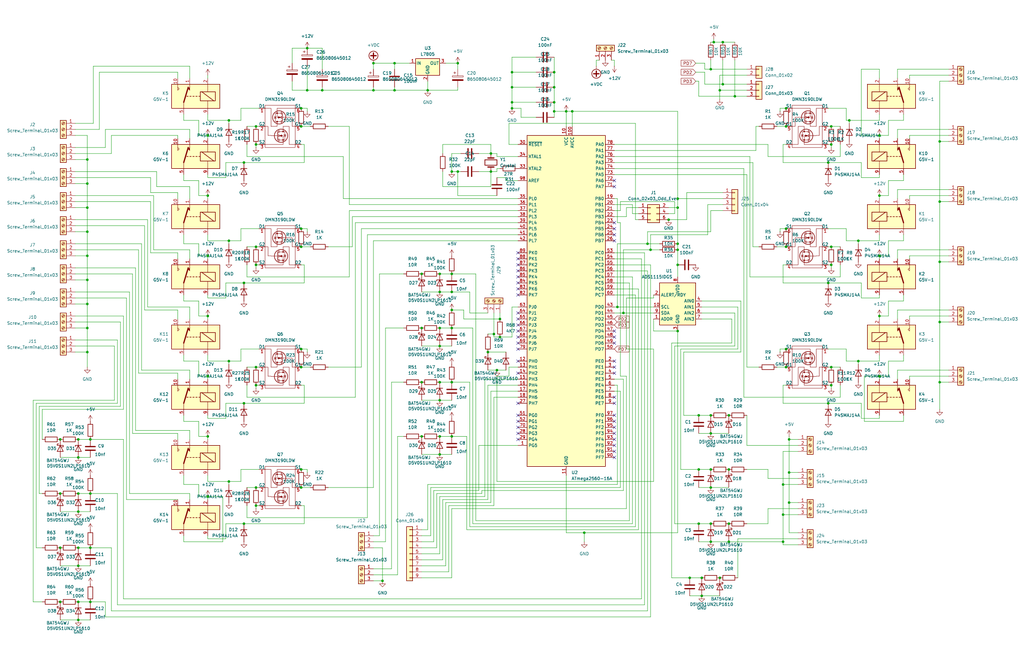
<source format=kicad_sch>
(kicad_sch (version 20231120) (generator "eeschema") (generator_version "8.0")
  (paper "USLedger")
  (title_block (title "Petch Keg Washer Controller") (date "2025-01-30") (rev "1.0") (company "Harrison Kyle"))
  (junction (at 208.28 140.97))
  (junction (at 294.64 220.98))
  (junction (at 350.52 154.94))
  (junction (at 396.24 161.29))
  (junction (at 274.32 105.41))
  (junction (at 290.83 243.84))
  (junction (at 307.34 220.98))
  (junction (at 299.72 182.88))
  (junction (at 350.52 104.14))
  (junction (at 215.9 45.72))
  (junction (at 36.83 118.11))
  (junction (at 36.83 87.63))
  (junction (at 185.42 168.91))
  (junction (at 185.42 138.43))
  (junction (at 107.95 111.76))
  (junction (at 190.5 184.15))
  (junction (at 370.84 82.55))
  (junction (at 87.63 133.35))
  (junction (at 350.52 111.76))
  (junction (at 330.2 217.17))
  (junction (at 87.63 158.75))
  (junction (at 281.94 92.71))
  (junction (at 190.5 161.29))
  (junction (at 285.75 87.63))
  (junction (at 304.8 35.56))
  (junction (at 36.83 148.59))
  (junction (at 361.95 152.4))
  (junction (at 180.34 38.1))
  (junction (at 349.25 170.18))
  (junction (at 129.54 20.32))
  (junction (at 33.02 254))
  (junction (at 246.38 224.79))
  (junction (at 127 45.72))
  (junction (at 299.72 175.26))
  (junction (at 87.63 184.15))
  (junction (at 332.74 199.39))
  (junction (at 96.52 203.2))
  (junction (at 33.02 261.62))
  (junction (at 233.68 30.48))
  (junction (at 304.8 17.78))
  (junction (at 193.04 26.67))
  (junction (at 166.37 26.67))
  (junction (at 96.52 152.4))
  (junction (at 260.35 129.54))
  (junction (at 307.34 175.26))
  (junction (at 157.48 26.67))
  (junction (at 294.64 175.26))
  (junction (at 350.52 162.56))
  (junction (at 190.5 130.81))
  (junction (at 370.84 158.75))
  (junction (at 107.95 162.56))
  (junction (at 25.4 231.14))
  (junction (at 309.88 40.64))
  (junction (at 332.74 185.42))
  (junction (at 295.91 243.84))
  (junction (at 273.05 102.87))
  (junction (at 127 205.74))
  (junction (at 331.47 45.72))
  (junction (at 102.87 119.38))
  (junction (at 33.02 215.9))
  (junction (at 107.95 53.34))
  (junction (at 36.83 97.79))
  (junction (at 38.1 185.42))
  (junction (at 205.74 148.59))
  (junction (at 241.3 46.99))
  (junction (at 102.87 170.18))
  (junction (at 396.24 59.69))
  (junction (at 190.5 72.39))
  (junction (at 331.47 154.94))
  (junction (at 233.68 46.99))
  (junction (at 166.37 38.1))
  (junction (at 33.02 231.14))
  (junction (at 307.34 198.12))
  (junction (at 358.14 50.8))
  (junction (at 262.89 132.08))
  (junction (at 127 53.34))
  (junction (at 285.75 139.7))
  (junction (at 294.64 198.12))
  (junction (at 370.84 107.95))
  (junction (at 185.42 115.57))
  (junction (at 233.68 43.18))
  (junction (at 285.75 83.82))
  (junction (at 215.9 30.48))
  (junction (at 330.2 228.6))
  (junction (at 299.72 228.6))
  (junction (at 396.24 110.49))
  (junction (at 193.04 72.39))
  (junction (at 127 147.32))
  (junction (at 185.42 184.15))
  (junction (at 349.25 119.38))
  (junction (at 185.42 146.05))
  (junction (at 127 104.14))
  (junction (at 33.02 208.28))
  (junction (at 331.47 104.14))
  (junction (at 303.53 243.84))
  (junction (at 107.95 205.74))
  (junction (at 36.83 128.27))
  (junction (at 127 198.12))
  (junction (at 330.2 204.47))
  (junction (at 36.83 77.47))
  (junction (at 38.1 254))
  (junction (at 33.02 238.76))
  (junction (at 38.1 208.28))
  (junction (at 210.82 142.24))
  (junction (at 299.72 198.12))
  (junction (at 127 154.94))
  (junction (at 36.83 67.31))
  (junction (at 107.95 213.36))
  (junction (at 331.47 53.34))
  (junction (at 87.63 82.55))
  (junction (at 190.5 123.19))
  (junction (at 96.52 50.8))
  (junction (at 332.74 212.09))
  (junction (at 303.53 38.1))
  (junction (at 233.68 36.83))
  (junction (at 370.84 57.15))
  (junction (at 36.83 107.95))
  (junction (at 299.72 205.74))
  (junction (at 396.24 85.09))
  (junction (at 349.25 68.58))
  (junction (at 207.01 72.39))
  (junction (at 215.9 43.18))
  (junction (at 38.1 231.14))
  (junction (at 177.8 161.29))
  (junction (at 36.83 138.43))
  (junction (at 210.82 134.62))
  (junction (at 299.72 29.21))
  (junction (at 185.42 161.29))
  (junction (at 350.52 60.96))
  (junction (at 285.75 111.76))
  (junction (at 87.63 107.95))
  (junction (at 370.84 133.35))
  (junction (at 285.75 105.41))
  (junction (at 102.87 220.98))
  (junction (at 25.4 254))
  (junction (at 161.29 245.11))
  (junction (at 33.02 185.42))
  (junction (at 129.54 38.1))
  (junction (at 207.01 64.77))
  (junction (at 185.42 191.77))
  (junction (at 87.63 57.15))
  (junction (at 331.47 147.32))
  (junction (at 25.4 185.42))
  (junction (at 299.72 220.98))
  (junction (at 295.91 251.46))
  (junction (at 209.55 156.21))
  (junction (at 177.8 138.43))
  (junction (at 87.63 209.55))
  (junction (at 300.99 17.78))
  (junction (at 190.5 115.57))
  (junction (at 102.87 68.58))
  (junction (at 285.75 102.87))
  (junction (at 96.52 101.6))
  (junction (at 350.52 53.34))
  (junction (at 177.8 115.57))
  (junction (at 127 96.52))
  (junction (at 135.89 38.1))
  (junction (at 33.02 193.04))
  (junction (at 25.4 208.28))
  (junction (at 107.95 60.96))
  (junction (at 307.34 228.6))
  (junction (at 177.8 184.15))
  (junction (at 396.24 135.89))
  (junction (at 190.5 138.43))
  (junction (at 215.9 36.83))
  (junction (at 185.42 123.19))
  (junction (at 361.95 101.6))
  (junction (at 331.47 96.52))
  (junction (at 157.48 38.1))
  (junction (at 107.95 154.94))
  (junction (at 107.95 104.14))
  (junction (at 238.76 46.99))
  (no_connect (at 218.44 139.7))
  (no_connect (at 218.44 180.34))
  (no_connect (at 218.44 116.84))
  (no_connect (at 259.08 99.06))
  (no_connect (at 218.44 175.26))
  (no_connect (at 259.08 190.5))
  (no_connect (at 259.08 154.94))
  (no_connect (at 259.08 185.42))
  (no_connect (at 218.44 147.32))
  (no_connect (at 259.08 170.18))
  (no_connect (at 259.08 177.8))
  (no_connect (at 259.08 167.64))
  (no_connect (at 218.44 114.3))
  (no_connect (at 259.08 175.26))
  (no_connect (at 259.08 142.24))
  (no_connect (at 259.08 157.48))
  (no_connect (at 259.08 180.34))
  (no_connect (at 259.08 193.04))
  (no_connect (at 259.08 182.88))
  (no_connect (at 259.08 96.52))
  (no_connect (at 218.44 152.4))
  (no_connect (at 218.44 182.88))
  (no_connect (at 218.44 185.42))
  (no_connect (at 259.08 144.78))
  (no_connect (at 259.08 93.98))
  (no_connect (at 218.44 134.62))
  (no_connect (at 218.44 170.18))
  (no_connect (at 218.44 111.76))
  (no_connect (at 218.44 109.22))
  (no_connect (at 218.44 106.68))
  (no_connect (at 218.44 121.92))
  (no_connect (at 218.44 119.38))
  (no_connect (at 259.08 187.96))
  (no_connect (at 259.08 152.4))
  (no_connect (at 218.44 177.8))
  (no_connect (at 218.44 157.48))
  (no_connect (at 259.08 76.2))
  (no_connect (at 218.44 144.78))
  (no_connect (at 218.44 124.46))
  (no_connect (at 218.44 132.08))
  (no_connect (at 218.44 142.24))
  (no_connect (at 218.44 137.16))
  (no_connect (at 259.08 78.74))
  (no_connect (at 259.08 101.6))
  (no_connect (at 259.08 139.7))
  (wire (pts (xy 128.27 170.18) (xy 102.87 170.18)))
  (wire (pts (xy 381 127) (xy 374.65 127)))
  (wire (pts (xy 293.37 26.67) (xy 297.18 26.67)))
  (wire (pts (xy 74.93 160.02) (xy 74.93 157.48)))
  (wire (pts (xy 77.47 200.66) (xy 77.47 204.47)))
  (wire (pts (xy 77.47 204.47) (xy 83.82 204.47)))
  (wire (pts (xy 285.75 83.82) (xy 304.8 83.82)))
  (wire (pts (xy 186.69 78.74) (xy 207.01 78.74)))
  (wire (pts (xy 383.54 83.82) (xy 383.54 82.55)))
  (wire (pts (xy 381 152.4) (xy 374.65 152.4)))
  (wire (pts (xy 332.74 212.09) (xy 332.74 224.79)))
  (wire (pts (xy 147.32 53.34) (xy 147.32 86.36)))
  (wire (pts (xy 299.72 29.21) (xy 314.96 29.21)))
  (wire (pts (xy 297.18 35.56) (xy 304.8 35.56)))
  (wire (pts (xy 259.08 132.08) (xy 262.89 132.08)))
  (wire (pts (xy 49.53 170.18) (xy 49.53 143.51)))
  (wire (pts (xy 157.48 36.83) (xy 157.48 38.1)))
  (wire (pts (xy 330.2 162.56) (xy 331.47 162.56)))
  (wire (pts (xy 144.78 83.82) (xy 218.44 83.82)))
  (wire (pts (xy 77.47 149.86) (xy 77.47 152.4)))
  (wire (pts (xy 83.82 133.35) (xy 87.63 133.35)))
  (wire (pts (xy 74.93 134.62) (xy 74.93 130.81)))
  (wire (pts (xy 44.45 260.35) (xy 274.32 260.35)))
  (wire (pts (xy 317.5 104.14) (xy 320.04 104.14)))
  (wire (pts (xy 41.91 54.61) (xy 31.75 54.61)))
  (wire (pts (xy 200.66 115.57) (xy 190.5 115.57)))
  (wire (pts (xy 95.25 227.33) (xy 87.63 227.33)))
  (wire (pts (xy 275.59 147.32) (xy 275.59 203.2)))
  (wire (pts (xy 157.48 38.1) (xy 166.37 38.1)))
  (wire (pts (xy 374.65 57.15) (xy 370.84 57.15)))
  (wire (pts (xy 330.2 111.76) (xy 330.2 119.38)))
  (wire (pts (xy 128.27 213.36) (xy 127 213.36)))
  (wire (pts (xy 358.14 50.8) (xy 370.84 50.8)))
  (wire (pts (xy 378.46 134.62) (xy 378.46 130.81)))
  (wire (pts (xy 327.66 104.14) (xy 331.47 104.14)))
  (wire (pts (xy 361.95 101.6) (xy 361.95 102.87)))
  (wire (pts (xy 33.02 215.9) (xy 25.4 215.9)))
  (wire (pts (xy 166.37 26.67) (xy 166.37 29.21)))
  (wire (pts (xy 330.2 60.96) (xy 330.2 68.58)))
  (wire (pts (xy 381 99.06) (xy 381 101.6)))
  (wire (pts (xy 87.63 209.55) (xy 87.63 210.82)))
  (wire (pts (xy 370.84 101.6) (xy 361.95 101.6)))
  (wire (pts (xy 214.63 52.07) (xy 214.63 60.96)))
  (wire (pts (xy 312.42 148.59) (xy 312.42 127)))
  (wire (pts (xy 83.82 177.8) (xy 83.82 184.15)))
  (wire (pts (xy 205.74 132.08) (xy 198.12 132.08)))
  (wire (pts (xy 312.42 127) (xy 295.91 127)))
  (wire (pts (xy 104.14 66.04) (xy 144.78 66.04)))
  (wire (pts (xy 370.84 29.21) (xy 363.22 29.21)))
  (wire (pts (xy 57.15 113.03) (xy 31.75 113.03)))
  (wire (pts (xy 207.01 165.1) (xy 218.44 165.1)))
  (wire (pts (xy 381 50.8) (xy 374.65 50.8)))
  (wire (pts (xy 77.47 50.8) (xy 83.82 50.8)))
  (wire (pts (xy 31.75 77.47) (xy 36.83 77.47)))
  (wire (pts (xy 129.54 198.12) (xy 129.54 199.39)))
  (wire (pts (xy 313.69 167.64) (xy 354.33 167.64)))
  (wire (pts (xy 128.27 111.76) (xy 127 111.76)))
  (wire (pts (xy 349.25 170.18) (xy 363.22 170.18)))
  (wire (pts (xy 87.63 99.06) (xy 87.63 101.6)))
  (wire (pts (xy 107.95 205.74) (xy 104.14 205.74)))
  (wire (pts (xy 267.97 124.46) (xy 259.08 124.46)))
  (wire (pts (xy 186.69 236.22) (xy 186.69 210.82)))
  (wire (pts (xy 128.27 213.36) (xy 128.27 220.98)))
  (wire (pts (xy 383.54 57.15) (xy 400.05 57.15)))
  (wire (pts (xy 278.13 105.41) (xy 274.32 105.41)))
  (wire (pts (xy 77.47 127) (xy 83.82 127)))
  (wire (pts (xy 219.71 45.72) (xy 215.9 45.72)))
  (wire (pts (xy 293.37 30.48) (xy 297.18 30.48)))
  (wire (pts (xy 259.08 71.12) (xy 313.69 71.12)))
  (wire (pts (xy 214.63 154.94) (xy 218.44 154.94)))
  (wire (pts (xy 294.64 40.64) (xy 309.88 40.64)))
  (wire (pts (xy 184.15 208.28) (xy 184.15 231.14)))
  (wire (pts (xy 274.32 111.76) (xy 274.32 260.35)))
  (wire (pts (xy 128.27 60.96) (xy 127 60.96)))
  (wire (pts (xy 273.05 102.87) (xy 260.35 102.87)))
  (wire (pts (xy 149.86 93.98) (xy 149.86 167.64)))
  (wire (pts (xy 370.84 29.21) (xy 370.84 33.02)))
  (wire (pts (xy 36.83 118.11) (xy 36.83 128.27)))
  (wire (pts (xy 363.22 119.38) (xy 363.22 125.73)))
  (wire (pts (xy 383.54 82.55) (xy 400.05 82.55)))
  (wire (pts (xy 80.01 33.02) (xy 80.01 27.94)))
  (wire (pts (xy 207.01 72.39) (xy 207.01 78.74)))
  (wire (pts (xy 209.55 158.75) (xy 214.63 158.75)))
  (wire (pts (xy 205.74 140.97) (xy 208.28 140.97)))
  (wire (pts (xy 54.61 123.19) (xy 31.75 123.19)))
  (wire (pts (xy 74.93 83.82) (xy 74.93 81.28)))
  (wire (pts (xy 123.19 26.67) (xy 123.19 20.32)))
  (wire (pts (xy 87.63 149.86) (xy 87.63 152.4)))
  (wire (pts (xy 400.05 34.29) (xy 396.24 34.29)))
  (wire (pts (xy 396.24 59.69) (xy 400.05 59.69)))
  (wire (pts (xy 311.15 243.84) (xy 311.15 227.33)))
  (wire (pts (xy 356.87 50.8) (xy 356.87 45.72)))
  (wire (pts (xy 39.37 52.07) (xy 31.75 52.07)))
  (wire (pts (xy 180.34 223.52) (xy 180.34 204.47)))
  (wire (pts (xy 83.82 152.4) (xy 83.82 158.75)))
  (wire (pts (xy 218.44 66.04) (xy 209.55 66.04)))
  (wire (pts (xy 55.88 115.57) (xy 31.75 115.57)))
  (wire (pts (xy 378.46 58.42) (xy 378.46 54.61)))
  (wire (pts (xy 77.47 175.26) (xy 77.47 177.8)))
  (wire (pts (xy 284.48 220.98) (xy 284.48 146.05)))
  (wire (pts (xy 83.82 107.95) (xy 87.63 107.95)))
  (wire (pts (xy 31.75 87.63) (xy 36.83 87.63)))
  (wire (pts (xy 63.5 85.09) (xy 31.75 85.09)))
  (wire (pts (xy 209.55 71.12) (xy 209.55 72.39)))
  (wire (pts (xy 101.6 101.6) (xy 101.6 96.52)))
  (wire (pts (xy 290.83 251.46) (xy 295.91 251.46)))
  (wire (pts (xy 295.91 129.54) (xy 311.15 129.54)))
  (wire (pts (xy 213.36 74.93) (xy 213.36 76.2)))
  (wire (pts (xy 209.55 64.77) (xy 207.01 64.77)))
  (wire (pts (xy 209.55 72.39) (xy 207.01 72.39)))
  (wire (pts (xy 59.69 102.87) (xy 31.75 102.87)))
  (wire (pts (xy 87.63 82.55) (xy 87.63 83.82)))
  (wire (pts (xy 38.1 193.04) (xy 33.02 193.04)))
  (wire (pts (xy 350.52 154.94) (xy 354.33 154.94)))
  (wire (pts (xy 304.8 25.4) (xy 304.8 35.56)))
  (wire (pts (xy 381 101.6) (xy 374.65 101.6)))
  (wire (pts (xy 185.42 209.55) (xy 204.47 209.55)))
  (wire (pts (xy 213.36 76.2) (xy 218.44 76.2)))
  (wire (pts (xy 358.14 50.8) (xy 358.14 52.07)))
  (wire (pts (xy 350.52 104.14) (xy 354.33 104.14)))
  (wire (pts (xy 166.37 38.1) (xy 180.34 38.1)))
  (wire (pts (xy 74.93 210.82) (xy 53.34 210.82)))
  (wire (pts (xy 83.82 204.47) (xy 83.82 209.55)))
  (wire (pts (xy 201.93 187.96) (xy 218.44 187.96)))
  (wire (pts (xy 203.2 208.28) (xy 184.15 208.28)))
  (wire (pts (xy 104.14 162.56) (xy 104.14 167.64)))
  (wire (pts (xy 284.48 220.98) (xy 294.64 220.98)))
  (wire (pts (xy 266.7 116.84) (xy 259.08 116.84)))
  (wire (pts (xy 215.9 43.18) (xy 215.9 45.72)))
  (wire (pts (xy 190.5 146.05) (xy 185.42 146.05)))
  (wire (pts (xy 313.69 71.12) (xy 313.69 167.64)))
  (wire (pts (xy 241.3 46.99) (xy 241.3 53.34)))
  (wire (pts (xy 177.8 223.52) (xy 180.34 223.52)))
  (wire (pts (xy 55.88 182.88) (xy 55.88 115.57)))
  (wire (pts (xy 101.6 96.52) (xy 109.22 96.52)))
  (wire (pts (xy 330.2 170.18) (xy 349.25 170.18)))
  (wire (pts (xy 269.24 223.52) (xy 196.85 223.52)))
  (wire (pts (xy 266.7 90.17) (xy 269.24 90.17)))
  (wire (pts (xy 31.75 97.79) (xy 36.83 97.79)))
  (wire (pts (xy 203.2 207.01) (xy 203.2 208.28)))
  (wire (pts (xy 80.01 181.61) (xy 57.15 181.61)))
  (wire (pts (xy 374.65 152.4) (xy 374.65 158.75)))
  (wire (pts (xy 349.25 68.58) (xy 363.22 68.58)))
  (wire (pts (xy 207.01 212.09) (xy 207.01 165.1)))
  (wire (pts (xy 83.82 76.2) (xy 83.82 82.55)))
  (wire (pts (xy 170.18 138.43) (xy 162.56 138.43)))
  (wire (pts (xy 396.24 135.89) (xy 396.24 161.29)))
  (wire (pts (xy 95.25 74.93) (xy 87.63 74.93)))
  (wire (pts (xy 87.63 50.8) (xy 96.52 50.8)))
  (wire (pts (xy 336.55 190.5) (xy 330.2 190.5)))
  (wire (pts (xy 15.24 170.18) (xy 49.53 170.18)))
  (wire (pts (xy 93.98 209.55) (xy 93.98 228.6)))
  (wire (pts (xy 378.46 105.41) (xy 400.05 105.41)))
  (wire (pts (xy 350.52 162.56) (xy 350.52 163.83)))
  (wire (pts (xy 349.25 60.96) (xy 350.52 60.96)))
  (wire (pts (xy 274.32 99.06) (xy 298.45 99.06)))
  (wire (pts (xy 287.02 198.12) (xy 294.64 198.12)))
  (wire (pts (xy 195.58 134.62) (xy 195.58 130.81)))
  (wire (pts (xy 328.93 45.72) (xy 328.93 46.99)))
  (wire (pts (xy 177.8 238.76) (xy 187.96 238.76)))
  (wire (pts (xy 101.6 147.32) (xy 109.22 147.32)))
  (wire (pts (xy 107.95 154.94) (xy 104.14 154.94)))
  (wire (pts (xy 44.45 54.61) (xy 44.45 62.23)))
  (wire (pts (xy 350.52 60.96) (xy 350.52 62.23)))
  (wire (pts (xy 381 76.2) (xy 374.65 76.2)))
  (wire (pts (xy 330.2 204.47) (xy 330.2 217.17)))
  (wire (pts (xy 269.24 121.92) (xy 269.24 223.52)))
  (wire (pts (xy 181.61 205.74) (xy 181.61 226.06)))
  (wire (pts (xy 271.78 255.27) (xy 49.53 255.27)))
  (wire (pts (xy 370.84 149.86) (xy 370.84 152.4)))
  (wire (pts (xy 109.22 213.36) (xy 107.95 213.36)))
  (wire (pts (xy 74.93 58.42) (xy 74.93 57.15)))
  (wire (pts (xy 314.96 31.75) (xy 303.53 31.75)))
  (wire (pts (xy 177.8 241.3) (xy 189.23 241.3)))
  (wire (pts (xy 58.42 157.48) (xy 58.42 105.41)))
  (wire (pts (xy 83.82 158.75) (xy 87.63 158.75)))
  (wire (pts (xy 284.48 90.17) (xy 281.94 90.17)))
  (wire (pts (xy 261.62 205.74) (xy 181.61 205.74)))
  (wire (pts (xy 275.59 129.54) (xy 260.35 129.54)))
  (wire (pts (xy 31.75 57.15) (xy 36.83 57.15)))
  (wire (pts (xy 193.04 82.55) (xy 209.55 82.55)))
  (wire (pts (xy 275.59 125.73) (xy 264.16 125.73)))
  (wire (pts (xy 297.18 29.21) (xy 299.72 29.21)))
  (wire (pts (xy 215.9 142.24) (xy 215.9 129.54)))
  (wire (pts (xy 162.56 228.6) (xy 157.48 228.6)))
  (wire (pts (xy 273.05 114.3) (xy 273.05 257.81)))
  (wire (pts (xy 46.99 57.15) (xy 46.99 64.77)))
  (wire (pts (xy 77.47 76.2) (xy 83.82 76.2)))
  (wire (pts (xy 199.39 220.98) (xy 199.39 138.43)))
  (wire (pts (xy 205.74 210.82) (xy 205.74 162.56)))
  (wire (pts (xy 77.47 152.4) (xy 83.82 152.4)))
  (wire (pts (xy 101.6 50.8) (xy 101.6 45.72)))
  (wire (pts (xy 218.44 96.52) (xy 152.4 96.52)))
  (wire (pts (xy 396.24 59.69) (xy 396.24 85.09)))
  (wire (pts (xy 17.78 208.28) (xy 16.51 208.28)))
  (wire (pts (xy 148.59 91.44) (xy 148.59 104.14)))
  (wire (pts (xy 285.75 87.63) (xy 285.75 102.87)))
  (wire (pts (xy 128.27 60.96) (xy 128.27 68.58)))
  (wire (pts (xy 59.69 156.21) (xy 59.69 102.87)))
  (wire (pts (xy 261.62 88.9) (xy 261.62 85.09)))
  (wire (pts (xy 383.54 158.75) (xy 400.05 158.75)))
  (wire (pts (xy 135.89 36.83) (xy 135.89 38.1)))
  (wire (pts (xy 165.1 161.29) (xy 165.1 240.03)))
  (wire (pts (xy 87.63 158.75) (xy 87.63 160.02)))
  (wire (pts (xy 109.22 154.94) (xy 107.95 154.94)))
  (wire (pts (xy 294.64 182.88) (xy 299.72 182.88)))
  (wire (pts (xy 96.52 203.2) (xy 96.52 204.47)))
  (wire (pts (xy 328.93 147.32) (xy 328.93 148.59)))
  (wire (pts (xy 378.46 83.82) (xy 378.46 80.01)))
  (wire (pts (xy 17.78 254) (xy 13.97 254)))
  (wire (pts (xy 205.74 148.59) (xy 213.36 148.59)))
  (wire (pts (xy 275.59 203.2) (xy 209.55 203.2)))
  (wire (pts (xy 259.08 27.94) (xy 259.08 25.4)))
  (wire (pts (xy 261.62 93.98) (xy 261.62 158.75)))
  (wire (pts (xy 63.5 81.28) (xy 63.5 74.93)))
  (wire (pts (xy 204.47 160.02) (xy 218.44 160.02)))
  (wire (pts (xy 200.66 219.71) (xy 200.66 115.57)))
  (wire (pts (xy 128.27 162.56) (xy 127 162.56)))
  (wire (pts (xy 271.78 106.68) (xy 271.78 255.27)))
  (wire (pts (xy 63.5 106.68) (xy 63.5 85.09)))
  (wire (pts (xy 166.37 26.67) (xy 157.48 26.67)))
  (wire (pts (xy 46.99 257.81) (xy 46.99 231.14)))
  (wire (pts (xy 87.63 48.26) (xy 87.63 50.8)))
  (wire (pts (xy 297.18 26.67) (xy 297.18 29.21)))
  (wire (pts (xy 53.34 210.82) (xy 53.34 125.73)))
  (wire (pts (xy 309.88 132.08) (xy 295.91 132.08)))
  (wire (pts (xy 13.97 254) (xy 13.97 168.91)))
  (wire (pts (xy 187.96 238.76) (xy 187.96 212.09)))
  (wire (pts (xy 160.02 115.57) (xy 160.02 226.06)))
  (wire (pts (xy 378.46 33.02) (xy 378.46 29.21)))
  (wire (pts (xy 349.25 162.56) (xy 350.52 162.56)))
  (wire (pts (xy 31.75 118.11) (xy 36.83 118.11)))
  (wire (pts (xy 109.22 205.74) (xy 107.95 205.74)))
  (wire (pts (xy 104.14 218.44) (xy 154.94 218.44)))
  (wire (pts (xy 15.24 231.14) (xy 15.24 170.18)))
  (wire (pts (xy 314.96 175.26) (xy 314.96 187.96)))
  (wire (pts (xy 330.2 162.56) (xy 330.2 170.18)))
  (wire (pts (xy 396.24 135.89) (xy 400.05 135.89)))
  (wire (pts (xy 190.5 243.84) (xy 177.8 243.84)))
  (wire (pts (xy 87.63 57.15) (xy 87.63 58.42)))
  (wire (pts (xy 327.66 53.34) (xy 331.47 53.34)))
  (wire (pts (xy 378.46 29.21) (xy 400.05 29.21)))
  (wire (pts (xy 83.82 102.87) (xy 83.82 107.95)))
  (wire (pts (xy 269.24 92.71) (xy 267.97 92.71)))
  (wire (pts (xy 96.52 101.6) (xy 101.6 101.6)))
  (wire (pts (xy 180.34 38.1) (xy 193.04 38.1)))
  (wire (pts (xy 96.52 50.8) (xy 96.52 52.07)))
  (wire (pts (xy 189.23 241.3) (xy 189.23 213.36)))
  (wire (pts (xy 44.45 254) (xy 38.1 254)))
  (wire (pts (xy 38.1 185.42) (xy 33.02 185.42)))
  (wire (pts (xy 309.88 25.4) (xy 309.88 40.64)))
  (wire (pts (xy 177.8 233.68) (xy 185.42 233.68)))
  (wire (pts (xy 381 124.46) (xy 381 127)))
  (wire (pts (xy 396.24 85.09) (xy 396.24 110.49)))
  (wire (pts (xy 354.33 162.56) (xy 354.33 167.64)))
  (wire (pts (xy 264.16 125.73) (xy 264.16 147.32)))
  (wire (pts (xy 33.02 238.76) (xy 25.4 238.76)))
  (wire (pts (xy 238.76 46.99) (xy 233.68 46.99)))
  (wire (pts (xy 314.96 73.66) (xy 314.96 154.94)))
  (wire (pts (xy 281.94 87.63) (xy 285.75 87.63)))
  (wire (pts (xy 330.2 217.17) (xy 330.2 228.6)))
  (wire (pts (xy 378.46 160.02) (xy 378.46 156.21)))
  (wire (pts (xy 101.6 198.12) (xy 109.22 198.12)))
  (wire (pts (xy 374.65 127) (xy 374.65 133.35)))
  (wire (pts (xy 95.25 170.18) (xy 95.25 176.53)))
  (wire (pts (xy 298.45 99.06) (xy 298.45 86.36)))
  (wire (pts (xy 104.14 116.84) (xy 147.32 116.84)))
  (wire (pts (xy 297.18 30.48) (xy 297.18 35.56)))
  (wire (pts (xy 166.37 38.1) (xy 166.37 36.83)))
  (wire (pts (xy 349.25 53.34) (xy 350.52 53.34)))
  (wire (pts (xy 330.2 229.87) (xy 336.55 229.87)))
  (wire (pts (xy 318.77 53.34) (xy 318.77 63.5)))
  (wire (pts (xy 215.9 30.48) (xy 215.9 36.83)))
  (wire (pts (xy 147.32 86.36) (xy 218.44 86.36)))
  (wire (pts (xy 309.88 40.64) (xy 314.96 40.64)))
  (wire (pts (xy 128.27 162.56) (xy 128.27 170.18)))
  (wire (pts (xy 127 198.12) (xy 129.54 198.12)))
  (wire (pts (xy 36.83 138.43) (xy 36.83 148.59)))
  (wire (pts (xy 83.82 127) (xy 83.82 133.35)))
  (wire (pts (xy 283.21 243.84) (xy 283.21 144.78)))
  (wire (pts (xy 190.5 72.39) (xy 193.04 72.39)))
  (wire (pts (xy 218.44 93.98) (xy 149.86 93.98)))
  (wire (pts (xy 396.24 110.49) (xy 400.05 110.49)))
  (wire (pts (xy 167.64 242.57) (xy 157.48 242.57)))
  (wire (pts (xy 356.87 45.72) (xy 349.25 45.72)))
  (wire (pts (xy 123.19 20.32) (xy 129.54 20.32)))
  (wire (pts (xy 127 96.52) (xy 129.54 96.52)))
  (wire (pts (xy 77.47 48.26) (xy 77.47 50.8)))
  (wire (pts (xy 356.87 147.32) (xy 349.25 147.32)))
  (wire (pts (xy 80.01 156.21) (xy 59.69 156.21)))
  (wire (pts (xy 270.51 252.73) (xy 52.07 252.73)))
  (wire (pts (xy 96.52 152.4) (xy 101.6 152.4)))
  (wire (pts (xy 323.85 214.63) (xy 336.55 214.63)))
  (wire (pts (xy 17.78 185.42) (xy 17.78 172.72)))
  (wire (pts (xy 177.8 228.6) (xy 182.88 228.6)))
  (wire (pts (xy 370.84 133.35) (xy 370.84 134.62)))
  (wire (pts (xy 260.35 129.54) (xy 259.08 129.54)))
  (wire (pts (xy 154.94 99.06) (xy 154.94 218.44)))
  (wire (pts (xy 48.26 168.91) (xy 48.26 146.05)))
  (wire (pts (xy 31.75 107.95) (xy 36.83 107.95)))
  (wire (pts (xy 147.32 88.9) (xy 218.44 88.9)))
  (wire (pts (xy 299.72 25.4) (xy 299.72 29.21)))
  (wire (pts (xy 299.72 17.78) (xy 300.99 17.78)))
  (wire (pts (xy 210.82 132.08) (xy 210.82 134.62)))
  (wire (pts (xy 185.42 168.91) (xy 177.8 168.91)))
  (wire (pts (xy 215.9 43.18) (xy 226.06 43.18)))
  (wire (pts (xy 87.63 226.06) (xy 87.63 227.33)))
  (wire (pts (xy 80.01 54.61) (xy 44.45 54.61)))
  (wire (pts (xy 109.22 111.76) (xy 107.95 111.76)))
  (wire (pts (xy 16.51 208.28) (xy 16.51 171.45)))
  (wire (pts (xy 330.2 68.58) (xy 349.25 68.58)))
  (wire (pts (xy 226.06 36.83) (xy 215.9 36.83)))
  (wire (pts (xy 208.28 140.97) (xy 208.28 142.24)))
  (wire (pts (xy 50.8 135.89) (xy 31.75 135.89)))
  (wire (pts (xy 107.95 162.56) (xy 107.95 163.83)))
  (wire (pts (xy 74.93 109.22) (xy 74.93 106.68)))
  (wire (pts (xy 190.5 123.19) (xy 185.42 123.19)))
  (wire (pts (xy 80.01 78.74) (xy 66.04 78.74)))
  (wire (pts (xy 62.23 92.71) (xy 31.75 92.71)))
  (wire (pts (xy 208.28 213.36) (xy 208.28 167.64)))
  (wire (pts (xy 259.08 86.36) (xy 266.7 86.36)))
  (wire (pts (xy 331.47 45.72) (xy 328.93 45.72)))
  (wire (pts (xy 238.76 224.79) (xy 246.38 224.79)))
  (wire (pts (xy 370.84 152.4) (xy 361.95 152.4)))
  (wire (pts (xy 50.8 171.45) (xy 50.8 135.89)))
  (wire (pts (xy 147.32 53.34) (xy 138.43 53.34)))
  (wire (pts (xy 226.06 30.48) (xy 215.9 30.48)))
  (wire (pts (xy 87.63 124.46) (xy 87.63 125.73)))
  (wire (pts (xy 283.21 144.78) (xy 308.61 144.78)))
  (wire (pts (xy 269.24 121.92) (xy 259.08 121.92)))
  (wire (pts (xy 270.51 109.22) (xy 270.51 252.73)))
  (wire (pts (xy 370.84 82.55) (xy 370.84 83.82)))
  (wire (pts (xy 264.16 91.44) (xy 264.16 87.63)))
  (wire (pts (xy 31.75 128.27) (xy 36.83 128.27)))
  (wire (pts (xy 36.83 148.59) (xy 36.83 154.94)))
  (wire (pts (xy 194.31 64.77) (xy 190.5 64.77)))
  (wire (pts (xy 218.44 99.06) (xy 154.94 99.06)))
  (wire (pts (xy 285.75 46.99) (xy 241.3 46.99)))
  (wire (pts (xy 381 48.26) (xy 381 50.8)))
  (wire (pts (xy 205.74 156.21) (xy 209.55 156.21)))
  (wire (pts (xy 370.84 175.26) (xy 370.84 176.53)))
  (wire (pts (xy 187.96 212.09) (xy 207.01 212.09)))
  (wire (pts (xy 259.08 66.04) (xy 316.23 66.04)))
  (wire (pts (xy 185.42 233.68) (xy 185.42 209.55)))
  (wire (pts (xy 52.07 172.72) (xy 52.07 133.35)))
  (wire (pts (xy 381 175.26) (xy 381 177.8)))
  (wire (pts (xy 190.5 191.77) (xy 185.42 191.77)))
  (wire (pts (xy 383.54 31.75) (xy 400.05 31.75)))
  (wire (pts (xy 80.01 160.02) (xy 80.01 156.21)))
  (wire (pts (xy 294.64 34.29) (xy 294.64 40.64)))
  (wire (pts (xy 363.22 125.73) (xy 370.84 125.73)))
  (wire (pts (xy 288.29 148.59) (xy 312.42 148.59)))
  (wire (pts (xy 193.04 72.39) (xy 194.31 72.39)))
  (wire (pts (xy 101.6 45.72) (xy 109.22 45.72)))
  (wire (pts (xy 83.82 57.15) (xy 87.63 57.15)))
  (wire (pts (xy 60.96 95.25) (xy 31.75 95.25)))
  (wire (pts (xy 370.84 158.75) (xy 370.84 160.02)))
  (wire (pts (xy 207.01 60.96) (xy 207.01 64.77)))
  (wire (pts (xy 364.49 177.8) (xy 381 177.8)))
  (wire (pts (xy 66.04 72.39) (xy 31.75 72.39)))
  (wire (pts (xy 165.1 240.03) (xy 157.48 240.03)))
  (wire (pts (xy 328.93 96.52) (xy 328.93 97.79)))
  (wire (pts (xy 331.47 96.52) (xy 328.93 96.52)))
  (wire (pts (xy 187.96 26.67) (xy 193.04 26.67)))
  (wire (pts (xy 226.06 49.53) (xy 219.71 49.53)))
  (wire (pts (xy 299.72 88.9) (xy 304.8 88.9)))
  (wire (pts (xy 363.22 170.18) (xy 363.22 176.53)))
  (wire (pts (xy 96.52 203.2) (xy 101.6 203.2)))
  (wire (pts (xy 259.08 91.44) (xy 264.16 91.44)))
  (wire (pts (xy 304.8 17.78) (xy 309.88 17.78)))
  (wire (pts (xy 128.27 111.76) (xy 128.27 119.38)))
  (wire (pts (xy 38.1 238.76) (xy 33.02 238.76)))
  (wire (pts (xy 190.5 184.15) (xy 185.42 184.15)))
  (wire (pts (xy 275.59 134.62) (xy 275.59 139.7)))
  (wire (pts (xy 148.59 91.44) (xy 218.44 91.44)))
  (wire (pts (xy 74.93 130.81) (xy 60.96 130.81)))
  (wire (pts (xy 294.64 205.74) (xy 299.72 205.74)))
  (wire (pts (xy 101.6 152.4) (xy 101.6 147.32)))
  (wire (pts (xy 260.35 162.56) (xy 259.08 162.56)))
  (wire (pts (xy 161.29 231.14) (xy 161.29 245.11)))
  (wire (pts (xy 264.16 87.63) (xy 269.24 87.63)))
  (wire (pts (xy 130.81 53.34) (xy 127 53.34)))
  (wire (pts (xy 58.42 105.41) (xy 31.75 105.41)))
  (wire (pts (xy 107.95 111.76) (xy 107.95 113.03)))
  (wire (pts (xy 378.46 109.22) (xy 378.46 105.41)))
  (wire (pts (xy 16.51 171.45) (xy 50.8 171.45)))
  (wire (pts (xy 128.27 119.38) (xy 102.87 119.38)))
  (wire (pts (xy 323.85 198.12) (xy 323.85 201.93)))
  (wire (pts (xy 129.54 27.94) (xy 129.54 38.1)))
  (wire (pts (xy 330.2 228.6) (xy 330.2 229.87)))
  (wire (pts (xy 285.75 83.82) (xy 285.75 46.99)))
  (wire (pts (xy 80.01 58.42) (xy 80.01 54.61)))
  (wire (pts (xy 266.7 116.84) (xy 266.7 220.98)))
  (wire (pts (xy 363.22 74.93) (xy 370.84 74.93)))
  (wire (pts (xy 364.49 158.75) (xy 364.49 177.8)))
  (wire (pts (xy 167.64 184.15) (xy 167.64 242.57)))
  (wire (pts (xy 123.19 34.29) (xy 123.19 38.1)))
  (wire (pts (xy 83.82 184.15) (xy 87.63 184.15)))
  (wire (pts (xy 289.56 81.28) (xy 304.8 81.28)))
  (wire (pts (xy 316.23 66.04) (xy 316.23 116.84)))
  (wire (pts (xy 104.14 111.76) (xy 104.14 116.84)))
  (wire (pts (xy 370.84 57.15) (xy 370.84 58.42)))
  (wire (pts (xy 327.66 154.94) (xy 331.47 154.94)))
  (wire (pts (xy 109.22 60.96) (xy 107.95 60.96)))
  (wire (pts (xy 288.29 175.26) (xy 294.64 175.26)))
  (wire (pts (xy 299.72 97.79) (xy 299.72 88.9)))
  (wire (pts (xy 285.75 224.79) (xy 285.75 139.7)))
  (wire (pts (xy 246.38 224.79) (xy 285.75 224.79)))
  (wire (pts (xy 74.93 106.68) (xy 63.5 106.68)))
  (wire (pts (xy 308.61 134.62) (xy 295.91 134.62)))
  (wire (pts (xy 36.83 77.47) (xy 36.83 87.63)))
  (wire (pts (xy 36.83 87.63) (xy 36.83 97.79)))
  (wire (pts (xy 38.1 208.28) (xy 49.53 208.28)))
  (wire (pts (xy 273.05 114.3) (xy 259.08 114.3)))
  (wire (pts (xy 180.34 204.47) (xy 260.35 204.47)))
  (wire (pts (xy 74.93 182.88) (xy 55.88 182.88)))
  (wire (pts (xy 38.1 185.42) (xy 52.07 185.42)))
  (wire (pts (xy 180.34 38.1) (xy 180.34 34.29)))
  (wire (pts (xy 152.4 154.94) (xy 138.43 154.94)))
  (wire (pts (xy 77.47 73.66) (xy 77.47 76.2)))
  (wire (pts (xy 265.43 219.71) (xy 200.66 219.71)))
  (wire (pts (xy 127 147.32) (xy 129.54 147.32)))
  (wire (pts (xy 370.84 73.66) (xy 370.84 74.93)))
  (wire (pts (xy 190.5 214.63) (xy 190.5 243.84)))
  (wire (pts (xy 261.62 85.09) (xy 284.48 85.09)))
  (wire (pts (xy 238.76 200.66) (xy 238.76 224.79)))
  (wire (pts (xy 109.22 104.14) (xy 107.95 104.14)))
  (wire (pts (xy 260.35 204.47) (xy 260.35 162.56)))
  (wire (pts (xy 144.78 66.04) (xy 144.78 83.82)))
  (wire (pts (xy 83.82 50.8) (xy 83.82 57.15)))
  (wire (pts (xy 190.5 138.43) (xy 199.39 138.43)))
  (wire (pts (xy 331.47 147.32) (xy 328.93 147.32)))
  (wire (pts (xy 274.32 105.41) (xy 274.32 99.06)))
  (wire (pts (xy 17.78 172.72) (xy 52.07 172.72)))
  (wire (pts (xy 13.97 168.91) (xy 48.26 168.91)))
  (wire (pts (xy 198.12 222.25) (xy 198.12 161.29)))
  (wire (pts (xy 294.64 175.26) (xy 299.72 175.26)))
  (wire (pts (xy 107.95 53.34) (xy 104.14 53.34)))
  (wire (pts (xy 198.12 123.19) (xy 190.5 123.19)))
  (wire (pts (xy 208.28 167.64) (xy 218.44 167.64)))
  (wire (pts (xy 274.32 111.76) (xy 259.08 111.76)))
  (wire (pts (xy 80.01 185.42) (xy 80.01 181.61)))
  (wire (pts (xy 107.95 60.96) (xy 107.95 62.23)))
  (wire (pts (xy 311.15 227.33) (xy 336.55 227.33)))
  (wire (pts (xy 36.83 128.27) (xy 36.83 138.43)))
  (wire (pts (xy 209.55 156.21) (xy 213.36 156.21)))
  (wire (pts (xy 157.48 101.6) (xy 157.48 205.74)))
  (wire (pts (xy 259.08 25.4) (xy 257.81 25.4)))
  (wire (pts (xy 181.61 226.06) (xy 177.8 226.06)))
  (wire (pts (xy 332.74 185.42) (xy 332.74 199.39)))
  (wire (pts (xy 267.97 52.07) (xy 267.97 92.71)))
  (wire (pts (xy 95.25 125.73) (xy 87.63 125.73)))
  (wire (pts (xy 374.65 133.35) (xy 370.84 133.35)))
  (wire (pts (xy 149.86 167.64) (xy 104.14 167.64)))
  (wire (pts (xy 38.1 231.14) (xy 33.02 231.14)))
  (wire (pts (xy 374.65 101.6) (xy 374.65 107.95)))
  (wire (pts (xy 102.87 119.38) (xy 95.25 119.38)))
  (wire (pts (xy 127 45.72) (xy 129.54 45.72)))
  (wire (pts (xy 204.47 209.55) (xy 204.47 160.02)))
  (wire (pts (xy 182.88 228.6) (xy 182.88 207.01)))
  (wire (pts (xy 185.42 146.05) (xy 177.8 146.05)))
  (wire (pts (xy 383.54 133.35) (xy 400.05 133.35)))
  (wire (pts (xy 102.87 220.98) (xy 95.25 220.98)))
  (wire (pts (xy 370.84 107.95) (xy 370.84 109.22)))
  (wire (pts (xy 332.74 212.09) (xy 336.55 212.09)))
  (wire (pts (xy 96.52 101.6) (xy 96.52 102.87)))
  (wire (pts (xy 261.62 93.98) (xy 260.35 93.98)))
  (wire (pts (xy 285.75 116.84) (xy 285.75 111.76)))
  (wire (pts (xy 378.46 130.81) (xy 400.05 130.81)))
  (wire (pts (xy 214.63 158.75) (xy 214.63 154.94)))
  (wire (pts (xy 107.95 104.14) (xy 104.14 104.14)))
  (wire (pts (xy 80.01 210.82) (xy 80.01 208.28)))
  (wire (pts (xy 233.68 36.83) (xy 233.68 43.18)))
  (wire (pts (xy 209.55 203.2) (xy 209.55 158.75)))
  (wire (pts (xy 107.95 213.36) (xy 107.95 214.63)))
  (wire (pts (xy 294.64 228.6) (xy 299.72 228.6)))
  (wire (pts (xy 74.93 157.48) (xy 58.42 157.48)))
  (wire (pts (xy 209.55 74.93) (xy 213.36 74.93)))
  (wire (pts (xy 262.89 160.02) (xy 262.89 207.01)))
  (wire (pts (xy 44.45 62.23) (xy 31.75 62.23)))
  (wire (pts (xy 157.48 26.67) (xy 157.48 29.21)))
  (wire (pts (xy 190.5 64.77) (xy 190.5 72.39)))
  (wire (pts (xy 361.95 152.4) (xy 361.95 153.67)))
  (wire (pts (xy 285.75 111.76) (xy 285.75 105.41)))
  (wire (pts (xy 162.56 138.43) (xy 162.56 228.6)))
  (wire (pts (xy 189.23 213.36) (xy 208.28 213.36)))
  (wire (pts (xy 130.81 205.74) (xy 127 205.74)))
  (wire (pts (xy 33.02 261.62) (xy 25.4 261.62)))
  (wire (pts (xy 361.95 101.6) (xy 356.87 101.6)))
  (wire (pts (xy 87.63 101.6) (xy 96.52 101.6)))
  (wire (pts (xy 31.75 74.93) (xy 63.5 74.93)))
  (wire (pts (xy 54.61 208.28) (xy 54.61 123.19)))
  (wire (pts (xy 215.9 129.54) (xy 218.44 129.54)))
  (wire (pts (xy 350.52 53.34) (xy 354.33 53.34)))
  (wire (pts (xy 396.24 161.29) (xy 400.05 161.29)))
  (wire (pts (xy 374.65 107.95) (xy 370.84 107.95)))
  (wire (pts (xy 281.94 92.71) (xy 289.56 92.71)))
  (wire (pts (xy 299.72 182.88) (xy 307.34 182.88)))
  (wire (pts (xy 314.96 220.98) (xy 323.85 220.98)))
  (wire (pts (xy 195.58 130.81) (xy 190.5 130.81)))
  (wire (pts (xy 95.25 119.38) (xy 95.25 125.73)))
  (wire (pts (xy 259.08 73.66) (xy 314.96 73.66)))
  (wire (pts (xy 53.34 125.73) (xy 31.75 125.73)))
  (wire (pts (xy 323.85 220.98) (xy 323.85 214.63)))
  (wire (pts (xy 332.74 185.42) (xy 336.55 185.42)))
  (wire (pts (xy 378.46 80.01) (xy 400.05 80.01)))
  (wire (pts (xy 285.75 87.63) (xy 285.75 83.82)))
  (wire (pts (xy 128.27 220.98) (xy 102.87 220.98)))
  (wire (pts (xy 264.16 214.63) (xy 190.5 214.63)))
  (wire (pts (xy 363.22 57.15) (xy 370.84 57.15)))
  (wire (pts (xy 60.96 130.81) (xy 60.96 95.25)))
  (wire (pts (xy 128.27 68.58) (xy 102.87 68.58)))
  (wire (pts (xy 83.82 82.55) (xy 87.63 82.55)))
  (wire (pts (xy 374.65 50.8) (xy 374.65 57.15)))
  (wire (pts (xy 300.99 16.51) (xy 300.99 17.78)))
  (wire (pts (xy 383.54 107.95) (xy 400.05 107.95)))
  (wire (pts (xy 77.47 102.87) (xy 83.82 102.87)))
  (wire (pts (xy 288.29 175.26) (xy 288.29 148.59)))
  (wire (pts (xy 370.84 48.26) (xy 370.84 50.8)))
  (wire (pts (xy 48.26 146.05) (xy 31.75 146.05)))
  (wire (pts (xy 52.07 252.73) (xy 52.07 185.42)))
  (wire (pts (xy 354.33 60.96) (xy 354.33 66.04)))
  (wire (pts (xy 208.28 132.08) (xy 208.28 140.97)))
  (wire (pts (xy 241.3 46.99) (xy 238.76 46.99)))
  (wire (pts (xy 270.51 109.22) (xy 259.08 109.22)))
  (wire (pts (xy 259.08 165.1) (xy 261.62 165.1)))
  (wire (pts (xy 77.47 124.46) (xy 77.47 127)))
  (wire (pts (xy 138.43 205.74) (xy 157.48 205.74)))
  (wire (pts (xy 198.12 132.08) (xy 198.12 123.19)))
  (wire (pts (xy 356.87 96.52) (xy 349.25 96.52)))
  (wire (pts (xy 157.48 231.14) (xy 161.29 231.14)))
  (wire (pts (xy 64.77 105.41) (xy 64.77 82.55)))
  (wire (pts (xy 266.7 220.98) (xy 199.39 220.98)))
  (wire (pts (xy 31.75 67.31) (xy 36.83 67.31)))
  (wire (pts (xy 396.24 110.49) (xy 396.24 135.89)))
  (wire (pts (xy 209.55 66.04) (xy 209.55 64.77)))
  (wire (pts (xy 172.72 26.67) (xy 166.37 26.67)))
  (wire (pts (xy 185.42 191.77) (xy 177.8 191.77)))
  (wire (pts (xy 314.96 187.96) (xy 336.55 187.96)))
  (wire (pts (xy 332.74 224.79) (xy 336.55 224.79)))
  (wire (pts (xy 332.74 199.39) (xy 332.74 212.09)))
  (wire (pts (xy 109.22 162.56) (xy 107.95 162.56)))
  (wire (pts (xy 356.87 152.4) (xy 356.87 147.32)))
  (wire (pts (xy 323.85 60.96) (xy 323.85 66.04)))
  (wire (pts (xy 31.75 138.43) (xy 36.83 138.43)))
  (wire (pts (xy 378.46 156.21) (xy 400.05 156.21)))
  (wire (pts (xy 267.97 222.25) (xy 198.12 222.25)))
  (wire (pts (xy 80.01 109.22) (xy 80.01 105.41)))
  (wire (pts (xy 238.76 46.99) (xy 238.76 53.34)))
  (wire (pts (xy 383.54 109.22) (xy 383.54 107.95)))
  (wire (pts (xy 273.05 97.79) (xy 299.72 97.79)))
  (wire (pts (xy 87.63 209.55) (xy 93.98 209.55)))
  (wire (pts (xy 349.25 154.94) (xy 350.52 154.94)))
  (wire (pts (xy 38.1 254) (xy 33.02 254)))
  (wire (pts (xy 135.89 20.32) (xy 135.89 29.21)))
  (wire (pts (xy 271.78 106.68) (xy 259.08 106.68)))
  (wire (pts (xy 332.74 199.39) (xy 336.55 199.39)))
  (wire (pts (xy 330.2 204.47) (xy 336.55 204.47)))
  (wire (pts (xy 274.32 105.41) (xy 262.89 105.41)))
  (wire (pts (xy 215.9 36.83) (xy 215.9 43.18)))
  (wire (pts (xy 259.08 83.82) (xy 260.35 83.82)))
  (wire (pts (xy 383.54 58.42) (xy 383.54 57.15)))
  (wire (pts (xy 363.22 176.53) (xy 370.84 176.53)))
  (wire (pts (xy 104.14 60.96) (xy 104.14 66.04)))
  (wire (pts (xy 95.25 176.53) (xy 87.63 176.53)))
  (wire (pts (xy 381 73.66) (xy 381 76.2)))
  (wire (pts (xy 383.54 134.62) (xy 383.54 133.35)))
  (wire (pts (xy 74.93 185.42) (xy 74.93 182.88)))
  (wire (pts (xy 374.65 76.2) (xy 374.65 82.55)))
  (wire (pts (xy 87.63 184.15) (xy 87.63 185.42)))
  (wire (pts (xy 259.08 88.9) (xy 261.62 88.9)))
  (wire (pts (xy 290.83 243.84) (xy 295.91 243.84)))
  (wire (pts (xy 205.74 162.56) (xy 218.44 162.56)))
  (wire (pts (xy 275.59 139.7) (xy 285.75 139.7)))
  (wire (pts (xy 349.25 104.14) (xy 350.52 104.14)))
  (wire (pts (xy 330.2 111.76) (xy 331.47 111.76)))
  (wire (pts (xy 193.04 82.55) (xy 193.04 72.39)))
  (wire (pts (xy 130.81 104.14) (xy 127 104.14)))
  (wire (pts (xy 80.01 129.54) (xy 62.23 129.54)))
  (wire (pts (xy 147.32 88.9) (xy 147.32 116.84)))
  (wire (pts (xy 370.84 99.06) (xy 370.84 101.6)))
  (wire (pts (xy 148.59 104.14) (xy 138.43 104.14)))
  (wire (pts (xy 38.1 231.14) (xy 46.99 231.14)))
  (wire (pts (xy 38.1 261.62) (xy 33.02 261.62)))
  (wire (pts (xy 210.82 134.62) (xy 195.58 134.62)))
  (wire (pts (xy 190.5 168.91) (xy 185.42 168.91)))
  (wire (pts (xy 31.75 82.55) (xy 64.77 82.55)))
  (wire (pts (xy 349.25 111.76) (xy 350.52 111.76)))
  (wire (pts (xy 307.34 228.6) (xy 330.2 228.6)))
  (wire (pts (xy 152.4 96.52) (xy 152.4 154.94)))
  (wire (pts (xy 62.23 129.54) (xy 62.23 92.71)))
  (wire (pts (xy 38.1 215.9) (xy 33.02 215.9)))
  (wire (pts (xy 332.74 184.15) (xy 332.74 185.42)))
  (wire (pts (xy 129.54 38.1) (xy 135.89 38.1)))
  (wire (pts (xy 383.54 33.02) (xy 383.54 31.75)))
  (wire (pts (xy 273.05 102.87) (xy 273.05 97.79)))
  (wire (pts (xy 396.24 85.09) (xy 400.05 85.09)))
  (wire (pts (xy 330.2 217.17) (xy 336.55 217.17)))
  (wire (pts (xy 259.08 60.96) (xy 323.85 60.96)))
  (wire (pts (xy 201.93 207.01) (xy 201.93 187.96)))
  (wire (pts (xy 49.53 255.27) (xy 49.53 208.28)))
  (wire (pts (xy 74.93 81.28) (xy 63.5 81.28)))
  (wire (pts (xy 96.52 152.4) (xy 96.52 153.67)))
  (wire (pts (xy 46.99 64.77) (xy 31.75 64.77)))
  (wire (pts (xy 36.83 107.95) (xy 36.83 118.11)))
  (wire (pts (xy 214.63 52.07) (xy 267.97 52.07)))
  (wire (pts (xy 201.93 72.39) (xy 207.01 72.39)))
  (wire (pts (xy 267.97 124.46) (xy 267.97 222.25)))
  (wire (pts (xy 264.16 158.75) (xy 264.16 214.63)))
  (wire (pts (xy 66.04 78.74) (xy 66.04 72.39)))
  (wire (pts (xy 101.6 203.2) (xy 101.6 198.12)))
  (wire (pts (xy 233.68 30.48) (xy 233.68 36.83)))
  (wire (pts (xy 157.48 101.6) (xy 218.44 101.6)))
  (wire (pts (xy 349.25 119.38) (xy 363.22 119.38)))
  (wire (pts (xy 314.96 154.94) (xy 320.04 154.94)))
  (wire (pts (xy 354.33 111.76) (xy 354.33 116.84)))
  (wire (pts (xy 251.46 25.4) (xy 252.73 25.4)))
  (wire (pts (xy 251.46 27.94) (xy 251.46 25.4)))
  (wire (pts (xy 284.48 85.09) (xy 284.48 90.17)))
  (wire (pts (xy 226.06 24.13) (xy 215.9 24.13)))
  (wire (pts (xy 309.88 146.05) (xy 309.88 132.08)))
  (wire (pts (xy 201.93 64.77) (xy 207.01 64.77)))
  (wire (pts (xy 31.75 148.59) (xy 36.83 148.59)))
  (wire (pts (xy 278.13 102.87) (xy 273.05 102.87)))
  (wire (pts (xy 49.53 143.51) (xy 31.75 143.51)))
  (wire (pts (xy 41.91 30.48) (xy 41.91 54.61)))
  (wire (pts (xy 303.53 31.75) (xy 303.53 38.1)))
  (wire (pts (xy 185.42 123.19) (xy 177.8 123.19)))
  (wire (pts (xy 214.63 60.96) (xy 218.44 60.96)))
  (wire (pts (xy 287.02 147.32) (xy 287.02 198.12)))
  (wire (pts (xy 135.89 20.32) (xy 129.54 20.32)))
  (wire (pts (xy 374.65 82.55) (xy 370.84 82.55)))
  (wire (pts (xy 317.5 68.58) (xy 317.5 104.14)))
  (wire (pts (xy 129.54 96.52) (xy 129.54 97.79)))
  (wire (pts (xy 284.48 146.05) (xy 309.88 146.05)))
  (wire (pts (xy 80.01 208.28) (xy 54.61 208.28)))
  (wire (pts (xy 264.16 147.32) (xy 275.59 147.32)))
  (wire (pts (xy 260.35 102.87) (xy 260.35 129.54)))
  (wire (pts (xy 80.01 27.94) (xy 39.37 27.94)))
  (wire (pts (xy 294.64 198.12) (xy 299.72 198.12)))
  (wire (pts (xy 80.01 83.82) (xy 80.01 78.74)))
  (wire (pts (xy 39.37 27.94) (xy 39.37 52.07)))
  (wire (pts (xy 95.25 220.98) (xy 95.25 227.33)))
  (wire (pts (xy 266.7 86.36) (xy 266.7 90.17)))
  (wire (pts (xy 363.22 68.58) (xy 363.22 74.93)))
  (wire (pts (xy 190.5 161.29) (xy 198.12 161.29)))
  (wire (pts (xy 330.2 190.5) (xy 330.2 204.47)))
  (wire (pts (xy 381 149.86) (xy 381 152.4)))
  (wire (pts (xy 323.85 201.93) (xy 336.55 201.93)))
  (wire (pts (xy 215.9 142.24) (xy 210.82 142.24)))
  (wire (pts (xy 17.78 231.14) (xy 15.24 231.14)))
  (wire (pts (xy 130.81 154.94) (xy 127 154.94)))
  (wire (pts (xy 170.18 161.29) (xy 165.1 161.29)))
  (wire (pts (xy 190.5 115.57) (xy 185.42 115.57)))
  (wire (pts (xy 265.43 119.38) (xy 265.43 219.71)))
  (wire (pts (xy 129.54 45.72) (xy 129.54 46.99)))
  (wire (pts (xy 275.59 124.46) (xy 275.59 125.73)))
  (wire (pts (xy 311.15 129.54) (xy 311.15 147.32)))
  (wire (pts (xy 350.52 111.76) (xy 350.52 113.03)))
  (wire (pts (xy 273.05 257.81) (xy 46.99 257.81)))
  (wire (pts (xy 396.24 161.29) (xy 396.24 172.72)))
  (wire (pts (xy 193.04 26.67) (xy 193.04 29.21)))
  (wire (pts (xy 190.5 161.29) (xy 185.42 161.29)))
  (wire (pts (xy 316.23 116.84) (xy 354.33 116.84)))
  (wire (pts (xy 33.02 193.04) (xy 25.4 193.04)))
  (wire (pts (xy 77.47 226.06) (xy 77.47 228.6)))
  (wire (pts (xy 294.64 220.98) (xy 299.72 220.98)))
  (wire (pts (xy 261.62 165.1) (xy 261.62 205.74)))
  (wire (pts (xy 109.22 53.34) (xy 107.95 53.34)))
  (wire (pts (xy 356.87 101.6) (xy 356.87 96.52)))
  (wire (pts (xy 295.91 251.46) (xy 303.53 251.46)))
  (wire (pts (xy 303.53 38.1) (xy 303.53 41.91)))
  (wire (pts (xy 259.08 68.58) (xy 317.5 68.58)))
  (wire (pts (xy 74.93 33.02) (xy 74.93 30.48)))
  (wire (pts (xy 87.63 200.66) (xy 87.63 203.2)))
  (wire (pts (xy 215.9 24.13) (xy 215.9 30.48)))
  (wire (pts (xy 38.1 208.28) (xy 33.02 208.28)))
  (wire (pts (xy 87.63 107.95) (xy 87.63 109.22)))
  (wire (pts (xy 283.21 243.84) (xy 290.83 243.84)))
  (wire (pts (xy 74.93 57.15) (xy 46.99 57.15)))
  (wire (pts (xy 93.98 228.6) (xy 77.47 228.6)))
  (wire (pts (xy 285.75 105.41) (xy 285.75 102.87)))
  (wire (pts (xy 104.14 218.44) (xy 104.14 213.36)))
  (wire (pts (xy 261.62 158.75) (xy 264.16 158.75)))
  (wire (pts (xy 358.14 50.8) (xy 356.87 50.8)))
  (wire (pts (xy 160.02 226.06) (xy 157.48 226.06)))
  (wire (pts (xy 186.69 60.96) (xy 207.01 60.96)))
  (wire (pts (xy 298.45 86.36) (xy 304.8 86.36)))
  (wire (pts (xy 87.63 203.2) (xy 96.52 203.2)))
  (wire (pts (xy 80.01 105.41) (xy 64.77 105.41)))
  (wire (pts (xy 161.29 245.11) (xy 157.48 245.11)))
  (wire (pts (xy 262.89 132.08) (xy 275.59 132.08)))
  (wire (pts (xy 177.8 236.22) (xy 186.69 236.22)))
  (wire (pts (xy 87.63 152.4) (xy 96.52 152.4)))
  (wire (pts (xy 196.85 184.15) (xy 190.5 184.15)))
  (wire (pts (xy 330.2 119.38) (xy 349.25 119.38)))
  (wire (pts (xy 77.47 99.06) (xy 77.47 102.87)))
  (wire (pts (xy 318.77 63.5) (xy 259.08 63.5)))
  (wire (pts (xy 330.2 60.96) (xy 331.47 60.96)))
  (wire (pts (xy 196.85 223.52) (xy 196.85 184.15)))
  (wire (pts (xy 44.45 260.35) (xy 44.45 254)))
  (wire (pts (xy 361.95 152.4) (xy 356.87 152.4)))
  (wire (pts (xy 135.89 38.1) (xy 157.48 38.1)))
  (wire (pts (xy 323.85 66.04) (xy 354.33 66.04)))
  (wire (pts (xy 52.07 133.35) (xy 31.75 133.35)))
  (wire (pts (xy 96.52 50.8) (xy 101.6 50.8)))
  (wire (pts (xy 259.08 160.02) (xy 262.89 160.02)))
  (wire (pts (xy 87.63 31.75) (xy 87.63 33.02)))
  (wire (pts (xy 318.77 53.34) (xy 320.04 53.34)))
  (wire (pts (xy 36.83 57.15) (xy 36.83 67.31)))
  (wire (pts (xy 170.18 115.57) (xy 160.02 115.57)))
  (wire (pts (xy 36.83 67.31) (xy 36.83 77.47)))
  (wire (pts (xy 370.84 158.75) (xy 364.49 158.75)))
  (wire (pts (xy 102.87 68.58) (xy 95.25 68.58)))
  (wire (pts (xy 370.84 124.46) (xy 370.84 125.73)))
  (wire (pts (xy 219.71 49.53) (xy 219.71 45.72)))
  (wire (pts (xy 87.63 133.35) (xy 87.63 134.62)))
  (wire (pts (xy 102.87 170.18) (xy 95.25 170.18)))
  (wire (pts (xy 184.15 231.14) (xy 177.8 231.14)))
  (wire (pts (xy 314.96 198.12) (xy 323.85 198.12)))
  (wire (pts (xy 374.65 158.75) (xy 370.84 158.75)))
  (wire (pts (xy 260.35 93.98) (xy 260.35 83.82)))
  (wire (pts (xy 233.68 24.13) (xy 233.68 30.48)))
  (wire (pts (xy 303.53 38.1) (xy 314.96 38.1)))
  (wire (pts (xy 87.63 175.26) (xy 87.63 176.53)))
  (wire (pts (xy 182.88 207.01) (xy 201.93 207.01)))
  (wire (pts (xy 265.43 119.38) (xy 259.08 119.38)))
  (wire (pts (xy 186.69 210.82) (xy 205.74 210.82)))
  (wire (pts (xy 186.69 64.77) (xy 186.69 60.96)))
  (wire (pts (xy 190.5 138.43) (xy 185.42 138.43)))
  (wire (pts (xy 83.82 209.55) (xy 87.63 209.55)))
  (wire (pts (xy 36.83 97.79) (xy 36.83 107.95)))
  (wire (pts (xy 129.54 147.32) (xy 129.54 148.59)))
  (wire (pts (xy 299.72 228.6) (xy 307.34 228.6)))
  (wire (pts (xy 262.89 105.41) (xy 262.89 132.08)))
  (wire (pts (xy 170.18 184.15) (xy 167.64 184.15)))
  (wire (pts (xy 193.04 38.1) (xy 193.04 36.83)))
  (wire (pts (xy 396.24 34.29) (xy 396.24 59.69)))
  (wire (pts (xy 311.15 147.32) (xy 287.02 147.32)))
  (wire (pts (xy 87.63 73.66) (xy 87.63 74.93)))
  (wire (pts (xy 95.25 68.58) (xy 95.25 74.93)))
  (wire (pts (xy 304.8 35.56) (xy 314.96 35.56)))
  (wire (pts (xy 300.99 17.78) (xy 304.8 17.78)))
  (wire (pts (xy 233.68 43.18) (xy 233.68 46.99)))
  (wire (pts (xy 383.54 158.75) (xy 383.54 160.02)))
  (wire (pts (xy 74.93 30.48) (xy 41.91 30.48)))
  (wire (pts (xy 57.15 181.61) (xy 57.15 113.03)))
  (wire (pts (xy 208.28 142.24) (xy 210.82 142.24)))
  (wire (pts (xy 293.37 34.29) (xy 294.64 34.29)))
  (wire (pts (xy 378.46 54.61) (xy 400.05 54.61)))
  (wire (pts (xy 299.72 205.74) (xy 307.34 205.74)))
  (wire (pts (xy 233.68 46.99) (xy 233.68 49.53)))
  (wire (pts (xy 77.47 177.8) (xy 83.82 177.8)))
  (wire (pts (xy 80.01 134.62) (xy 80.01 129.54)))
  (wire (pts (xy 363.22 29.21) (xy 363.22 57.15)))
  (wire (pts (xy 289.56 92.71) (xy 289.56 81.28)))
  (wire (pts (xy 262.89 207.01) (xy 203.2 207.01)))
  (wire (pts (xy 186.69 72.39) (xy 186.69 78.74)))
  (wire (pts (xy 123.19 38.1) (xy 129.54 38.1)))
  (wire (pts (xy 246.38 228.6) (xy 246.38 224.79)))
  (wire (pts (xy 308.61 144.78) (xy 308.61 134.62)))
  (wire (pts (xy 209.55 71.12) (xy 210.82 71.12)))
  (global_label "PD2" (shape input) (at 259.08 134.62 0) (property "Intersheetrefs" "${INTERSHEET_REFS}" (effects (hide yes))))
  (global_label "PD7" (shape input) (at 293.37 26.67 180) (property "Intersheetrefs" "${INTERSHEET_REFS}" (effects (hide yes))))
  (global_label "PD7" (shape input) (at 259.08 147.32 0) (property "Intersheetrefs" "${INTERSHEET_REFS}" (effects (hide yes))))
  (global_label "PD3" (shape input) (at 293.37 34.29 180) (property "Intersheetrefs" "${INTERSHEET_REFS}" (effects (hide yes))))
  (global_label "PD2" (shape input) (at 293.37 30.48 180) (property "Intersheetrefs" "${INTERSHEET_REFS}" (effects (hide yes))))
  (global_label "PD3" (shape input) (at 259.08 137.16 0) (property "Intersheetrefs" "${INTERSHEET_REFS}" (effects (hide yes))))
  (symbol (lib_id "Connector:Screw_Terminal_01x03") (at 405.13 133.35 0) (unit 1)
    (property "Reference" "J20" (at 407.67 132.0799 0) (effects (justify left)))
    (property "Value" "Screw_Terminal_01x03" (at 407.67 134.6199 0) (effects (justify left)))
    (property "Footprint" "TerminalBlock_Altech:Altech_AK100_1x03_P5.00mm" (effects (hide yes)))
    (property "Description" "Generic screw terminal, single row, 01x03, script generated (kicad-library-utils/schlib/autogen/connector/)" (effects (hide yes)))
  )
  (symbol (lib_id "Device:D_Schottky") (at 25.4 257.81 90) (mirror x) (unit 1)
    (property "Reference" "D38" (at 23.876 257.81 90) (effects (justify left)))
    (property "Value" "BAT54GWJ" (at 29.21 262.89 90) (effects (justify left)))
    (property "Footprint" "Diode_SMD:D_SOD-123" (effects (hide yes)))
    (property "Description" "Schottky diode" (effects (hide yes)))
  )
  (symbol (lib_id "Device:R") (at 104.14 57.15 0) (mirror y) (unit 1)
    (property "Reference" "R19" (at 101.6 55.8799 0) (effects (justify left)))
    (property "Value" "1K" (at 101.6 58.4199 0) (effects (justify left)))
    (property "Footprint" "Resistor_SMD:R_0805_2012Metric" (effects (hide yes)))
    (property "Description" "Resistor" (effects (hide yes)))
  )
  (symbol (lib_id "Device:C") (at 190.5 142.24 0) (mirror y) (unit 1)
    (property "Reference" "C6" (at 196.342 141.224 0) (effects (justify left)))
    (property "Value" "10nf" (at 196.85 144.78 0) (effects (justify left)))
    (property "Footprint" "Capacitor_SMD:C_0805_2012Metric" (effects (hide yes)))
    (property "Description" "Unpolarized capacitor" (effects (hide yes)))
  )
  (symbol (lib_id "Relay:G5V-1") (at 375.92 40.64 0) (unit 1)
    (property "Reference" "K9" (at 387.35 39.3699 0) (effects (justify left)))
    (property "Value" "G5V-1" (at 387.35 41.9099 0) (effects (justify left)))
    (property "Footprint" "Relay_THT:Relay_SPDT_Omron_G5V-1" (effects (hide yes)))
    (property "Datasheet" "http://omronfs.omron.com/en_US/ecb/products/pdf/en-g5v_1.pdf" (effects (hide yes)))
    (property "Description" "Ultra-miniature, Highly Sensitive SPDT Relay for Signal Circuits" (effects (hide yes)))
  )
  (symbol (lib_id "Device:D_Schottky") (at 177.8 165.1 90) (mirror x) (unit 1)
    (property "Reference" "D29" (at 176.276 165.1 90) (effects (justify left)))
    (property "Value" "BAT54GWJ" (at 181.61 170.18 90) (effects (justify left)))
    (property "Footprint" "Diode_SMD:D_SOD-123" (effects (hide yes)))
    (property "Description" "Schottky diode" (effects (hide yes)))
  )
  (symbol (lib_id "power:GND") (at 215.9 45.72 0) (unit 1)
    (property "Reference" "#PWR045" (effects (hide yes)))
    (property "Value" "GND" (at 215.9 50.8 0))
    (property "Description" "Power symbol creates a global label with name \"GND\" , ground" (effects (hide yes)))
  )
  (symbol (lib_id "Device:D_Schottky") (at 307.34 201.93 270) (unit 1)
    (property "Reference" "D18" (at 308.864 201.93 90) (effects (justify left)))
    (property "Value" "BAT54GWJ" (at 303.53 207.01 90) (effects (justify left)))
    (property "Footprint" "Diode_SMD:D_SOD-123" (effects (hide yes)))
    (property "Description" "Schottky diode" (effects (hide yes)))
  )
  (symbol (lib_id "power:GND") (at 281.94 92.71 0) (unit 1)
    (property "Reference" "#PWR070" (effects (hide yes)))
    (property "Value" "GND" (at 281.94 96.266 0))
    (property "Description" "Power symbol creates a global label with name \"GND\" , ground" (effects (hide yes)))
  )
  (symbol (lib_id "Device:R") (at 173.99 115.57 270) (mirror x) (unit 1)
    (property "Reference" "R49" (at 173.99 109.22 90))
    (property "Value" "10R" (at 173.99 111.76 90))
    (property "Footprint" "Resistor_SMD:R_0805_2012Metric" (effects (hide yes)))
    (property "Description" "Resistor" (effects (hide yes)))
  )
  (symbol (lib_id "3rd Party:DMN3190LDW") (at 119.38 201.93 0) (mirror y) (unit 1)
    (property "Reference" "Q7" (at 118.11 191.77 0))
    (property "Value" "DMN3190LDW" (at 118.11 194.31 0))
    (property "Footprint" "Package_TO_SOT_SMD:SOT-363_SC-70-6" (effects (hide yes)))
    (property "Datasheet" "https://www.diodes.com/assets/Datasheets/DMN3190LDW.pdf" (effects (hide yes)))
    (property "Description" "Dual N-Channel MOSFET" (effects (hide yes)))
  )
  (symbol (lib_id "Device:R") (at 21.59 185.42 270) (mirror x) (unit 1)
    (property "Reference" "R61" (at 21.59 179.07 90))
    (property "Value" "10R" (at 21.59 181.61 90))
    (property "Footprint" "Resistor_SMD:R_0805_2012Metric" (effects (hide yes)))
    (property "Description" "Resistor" (effects (hide yes)))
  )
  (symbol (lib_id "Device:R") (at 134.62 205.74 270) (mirror x) (unit 1)
    (property "Reference" "R22" (at 134.62 199.39 90))
    (property "Value" "1K" (at 134.62 201.93 90))
    (property "Footprint" "Resistor_SMD:R_0805_2012Metric" (effects (hide yes)))
    (property "Description" "Resistor" (effects (hide yes)))
  )
  (symbol (lib_id "Connector:Screw_Terminal_01x03") (at 405.13 107.95 0) (unit 1)
    (property "Reference" "J19" (at 407.67 106.6799 0) (effects (justify left)))
    (property "Value" "Screw_Terminal_01x03" (at 407.67 109.2199 0) (effects (justify left)))
    (property "Footprint" "TerminalBlock_Altech:Altech_AK100_1x03_P5.00mm" (effects (hide yes)))
    (property "Description" "Generic screw terminal, single row, 01x03, script generated (kicad-library-utils/schlib/autogen/connector/)" (effects (hide yes)))
  )
  (symbol (lib_id "Device:D_Schottky") (at 25.4 189.23 90) (mirror x) (unit 1)
    (property "Reference" "D35" (at 23.876 189.23 90) (effects (justify left)))
    (property "Value" "BAT54GWJ" (at 29.21 194.31 90) (effects (justify left)))
    (property "Footprint" "Diode_SMD:D_SOD-123" (effects (hide yes)))
    (property "Description" "Schottky diode" (effects (hide yes)))
  )
  (symbol (lib_id "power:+5V") (at 38.1 177.8 0) (mirror y) (unit 1)
    (property "Reference" "#PWR061" (effects (hide yes)))
    (property "Value" "+5V" (at 38.1 172.72 0))
    (property "Description" "Power symbol creates a global label with name \"+5V\"" (effects (hide yes)))
  )
  (symbol (lib_id "Device:R") (at 186.69 68.58 180) (unit 1)
    (property "Reference" "R32" (at 189.23 67.3099 0) (effects (justify right)))
    (property "Value" "100K" (at 189.23 69.8499 0) (effects (justify right)))
    (property "Footprint" "Resistor_SMD:R_0805_2012Metric" (effects (hide yes)))
    (property "Description" "Resistor" (effects (hide yes)))
  )
  (symbol (lib_id "Device:C_Polarized") (at 193.04 33.02 0) (unit 1)
    (property "Reference" "C20" (at 196.85 30.8609 0) (effects (justify left)))
    (property "Value" "865080645012" (at 196.85 33.4009 0) (effects (justify left)))
    (property "Footprint" "Capacitor_SMD:CP_Elec_6.3x7.7" (effects (hide yes)))
    (property "Description" "Polarized capacitor" (effects (hide yes)))
  )
  (symbol (lib_id "Connector:Screw_Terminal_01x03") (at 26.67 125.73 0) (mirror y) (unit 1)
    (property "Reference" "J9" (at 13.716 123.698 0))
    (property "Value" "Screw_Terminal_01x03" (at 13.716 126.238 0))
    (property "Footprint" "TerminalBlock_Altech:Altech_AK100_1x03_P5.00mm" (effects (hide yes)))
    (property "Description" "Generic screw terminal, single row, 01x03, script generated (kicad-library-utils/schlib/autogen/connector/)" (effects (hide yes)))
  )
  (symbol (lib_id "Device:D_Zener") (at 361.95 157.48 270) (unit 1)
    (property "Reference" "D6" (at 364.49 156.2099 90) (effects (justify left)))
    (property "Value" "P4SMAJ14A" (at 364.49 158.7499 90) (effects (justify left)))
    (property "Footprint" "Diode_SMD:D_SMA" (effects (hide yes)))
    (property "Description" "Zener diode" (effects (hide yes)))
  )
  (symbol (lib_id "power:+5V") (at 190.5 153.67 0) (mirror y) (unit 1)
    (property "Reference" "#PWR055" (effects (hide yes)))
    (property "Value" "+5V" (at 190.5 148.59 0))
    (property "Description" "Power symbol creates a global label with name \"+5V\"" (effects (hide yes)))
  )
  (symbol (lib_id "Device:R") (at 354.33 158.75 0) (unit 1)
    (property "Reference" "R12" (at 356.87 157.4799 0) (effects (justify left)))
    (property "Value" "1K" (at 356.87 160.0199 0) (effects (justify left)))
    (property "Footprint" "Resistor_SMD:R_0805_2012Metric" (effects (hide yes)))
    (property "Description" "Resistor" (effects (hide yes)))
  )
  (symbol (lib_id "3rd Party:DMN3190LDW") (at 119.38 100.33 0) (mirror y) (unit 1)
    (property "Reference" "Q5" (at 118.11 90.17 0))
    (property "Value" "DMN3190LDW" (at 118.11 92.71 0))
    (property "Footprint" "Package_TO_SOT_SMD:SOT-363_SC-70-6" (effects (hide yes)))
    (property "Datasheet" "https://www.diodes.com/assets/Datasheets/DMN3190LDW.pdf" (effects (hide yes)))
    (property "Description" "Dual N-Channel MOSFET" (effects (hide yes)))
  )
  (symbol (lib_id "Device:R") (at 173.99 138.43 270) (mirror x) (unit 1)
    (property "Reference" "R50" (at 173.99 132.08 90))
    (property "Value" "10R" (at 173.99 134.62 90))
    (property "Footprint" "Resistor_SMD:R_0805_2012Metric" (effects (hide yes)))
    (property "Description" "Resistor" (effects (hide yes)))
  )
  (symbol (lib_id "Device:C") (at 190.5 187.96 0) (mirror y) (unit 1)
    (property "Reference" "C8" (at 196.342 186.944 0) (effects (justify left)))
    (property "Value" "10nf" (at 196.85 190.5 0) (effects (justify left)))
    (property "Footprint" "Capacitor_SMD:C_0805_2012Metric" (effects (hide yes)))
    (property "Description" "Unpolarized capacitor" (effects (hide yes)))
  )
  (symbol (lib_id "Relay:G5V-1") (at 375.92 66.04 0) (unit 1)
    (property "Reference" "K10" (at 387.35 64.7699 0) (effects (justify left)))
    (property "Value" "G5V-1" (at 387.35 67.3099 0) (effects (justify left)))
    (property "Footprint" "Relay_THT:Relay_SPDT_Omron_G5V-1" (effects (hide yes)))
    (property "Datasheet" "http://omronfs.omron.com/en_US/ecb/products/pdf/en-g5v_1.pdf" (effects (hide yes)))
    (property "Description" "Ultra-miniature, Highly Sensitive SPDT Relay for Signal Circuits" (effects (hide yes)))
  )
  (symbol (lib_id "power:+5V") (at 190.5 130.81 0) (mirror y) (unit 1)
    (property "Reference" "#PWR054" (effects (hide yes)))
    (property "Value" "+5V" (at 190.5 125.73 0))
    (property "Description" "Power symbol creates a global label with name \"+5V\"" (effects (hide yes)))
  )
  (symbol (lib_id "Device:R") (at 304.8 21.59 0) (unit 1)
    (property "Reference" "R65" (at 304.8 23.368 90) (effects (justify left)))
    (property "Value" "10K" (at 307.086 23.622 90) (effects (justify left)))
    (property "Footprint" "Resistor_SMD:R_0805_2012Metric" (effects (hide yes)))
    (property "Description" "Resistor" (effects (hide yes)))
  )
  (symbol (lib_id "Device:D_Zener") (at 102.87 224.79 90) (mirror x) (unit 1)
    (property "Reference" "D12" (at 100.33 223.5199 90) (effects (justify left)))
    (property "Value" "P4SMAJ14A" (at 100.33 226.0599 90) (effects (justify left)))
    (property "Footprint" "Diode_SMD:D_SMA" (effects (hide yes)))
    (property "Description" "Zener diode" (effects (hide yes)))
  )
  (symbol (lib_id "Connector:Screw_Terminal_01x03") (at 405.13 158.75 0) (unit 1)
    (property "Reference" "J21" (at 407.67 157.4799 0) (effects (justify left)))
    (property "Value" "Screw_Terminal_01x03" (at 407.67 160.0199 0) (effects (justify left)))
    (property "Footprint" "TerminalBlock_Altech:Altech_AK100_1x03_P5.00mm" (effects (hide yes)))
    (property "Description" "Generic screw terminal, single row, 01x03, script generated (kicad-library-utils/schlib/autogen/connector/)" (effects (hide yes)))
  )
  (symbol (lib_id "Device:C") (at 198.12 64.77 90) (unit 1)
    (property "Reference" "C13" (at 198.12 57.15 90))
    (property "Value" "22pF" (at 198.12 59.69 90))
    (property "Footprint" "Capacitor_SMD:C_0805_2012Metric" (effects (hide yes)))
    (property "Description" "Unpolarized capacitor" (effects (hide yes)))
  )
  (symbol (lib_id "Relay:G5V-1") (at 82.55 193.04 0) (mirror y) (unit 1)
    (property "Reference" "K13" (at 71.12 191.7699 0) (effects (justify left)))
    (property "Value" "G5V-1" (at 71.12 194.3099 0) (effects (justify left)))
    (property "Footprint" "Relay_THT:Relay_SPDT_Omron_G5V-1" (effects (hide yes)))
    (property "Datasheet" "http://omronfs.omron.com/en_US/ecb/products/pdf/en-g5v_1.pdf" (effects (hide yes)))
    (property "Description" "Ultra-miniature, Highly Sensitive SPDT Relay for Signal Circuits" (effects (hide yes)))
  )
  (symbol (lib_id "Relay:G5V-1") (at 375.92 142.24 0) (unit 1)
    (property "Reference" "K3" (at 387.35 140.9699 0) (effects (justify left)))
    (property "Value" "G5V-1" (at 387.35 143.5099 0) (effects (justify left)))
    (property "Footprint" "Relay_THT:Relay_SPDT_Omron_G5V-1" (effects (hide yes)))
    (property "Datasheet" "http://omronfs.omron.com/en_US/ecb/products/pdf/en-g5v_1.pdf" (effects (hide yes)))
    (property "Description" "Ultra-miniature, Highly Sensitive SPDT Relay for Signal Circuits" (effects (hide yes)))
  )
  (symbol (lib_id "Connector:Screw_Terminal_01x03") (at 26.67 85.09 0) (mirror y) (unit 1)
    (property "Reference" "J5" (at 13.716 83.058 0))
    (property "Value" "Screw_Terminal_01x03" (at 13.716 85.598 0))
    (property "Footprint" "TerminalBlock_Altech:Altech_AK100_1x03_P5.00mm" (effects (hide yes)))
    (property "Description" "Generic screw terminal, single row, 01x03, script generated (kicad-library-utils/schlib/autogen/connector/)" (effects (hide yes)))
  )
  (symbol (lib_id "Device:R") (at 307.34 243.84 90) (unit 1)
    (property "Reference" "R40" (at 307.34 237.49 90))
    (property "Value" "10R" (at 307.34 240.03 90))
    (property "Footprint" "Resistor_SMD:R_0805_2012Metric" (effects (hide yes)))
    (property "Description" "Resistor" (effects (hide yes)))
  )
  (symbol (lib_id "power:GND") (at 102.87 127 0) (mirror y) (unit 1)
    (property "Reference" "#PWR026" (effects (hide yes)))
    (property "Value" "GND" (at 102.87 132.08 0))
    (property "Description" "Power symbol creates a global label with name \"GND\" , ground" (effects (hide yes)))
  )
  (symbol (lib_id "Device:R") (at 21.59 208.28 270) (mirror x) (unit 1)
    (property "Reference" "R62" (at 21.59 201.93 90))
    (property "Value" "10R" (at 21.59 204.47 90))
    (property "Footprint" "Resistor_SMD:R_0805_2012Metric" (effects (hide yes)))
    (property "Description" "Resistor" (effects (hide yes)))
  )
  (symbol (lib_id "Device:C") (at 294.64 201.93 0) (unit 1)
    (property "Reference" "C2" (at 288.798 200.914 0) (effects (justify left)))
    (property "Value" "10nf" (at 288.29 204.47 0) (effects (justify left)))
    (property "Footprint" "Capacitor_SMD:C_0805_2012Metric" (effects (hide yes)))
    (property "Description" "Unpolarized capacitor" (effects (hide yes)))
  )
  (symbol (lib_id "power:GND") (at 349.25 177.8 0) (unit 1)
    (property "Reference" "#PWR017" (effects (hide yes)))
    (property "Value" "GND" (at 349.25 182.88 0))
    (property "Description" "Power symbol creates a global label with name \"GND\" , ground" (effects (hide yes)))
  )
  (symbol (lib_id "power:GND") (at 107.95 214.63 0) (mirror y) (unit 1)
    (property "Reference" "#PWR036" (effects (hide yes)))
    (property "Value" "GND" (at 107.95 219.71 0))
    (property "Description" "Power symbol creates a global label with name \"GND\" , ground" (effects (hide yes)))
  )
  (symbol (lib_id "Device:R") (at 104.14 107.95 0) (mirror y) (unit 1)
    (property "Reference" "R20" (at 101.6 106.6799 0) (effects (justify left)))
    (property "Value" "1K" (at 101.6 109.2199 0) (effects (justify left)))
    (property "Footprint" "Resistor_SMD:R_0805_2012Metric" (effects (hide yes)))
    (property "Description" "Resistor" (effects (hide yes)))
  )
  (symbol (lib_id "power:GND") (at 161.29 245.11 0) (unit 1)
    (property "Reference" "#PWR050" (effects (hide yes)))
    (property "Value" "GND" (at 161.29 250.19 0))
    (property "Description" "Power symbol creates a global label with name \"GND\" , ground" (effects (hide yes)))
  )
  (symbol (lib_id "Device:D_Schottky") (at 303.53 247.65 270) (unit 1)
    (property "Reference" "D22" (at 305.054 247.65 90) (effects (justify left)))
    (property "Value" "BAT54GWJ" (at 299.72 252.73 90) (effects (justify left)))
    (property "Footprint" "Diode_SMD:D_SOD-123" (effects (hide yes)))
    (property "Description" "Schottky diode" (effects (hide yes)))
  )
  (symbol (lib_id "Relay:G5V-1") (at 82.55 116.84 0) (mirror y) (unit 1)
    (property "Reference" "K8" (at 71.12 115.5699 0) (effects (justify left)))
    (property "Value" "G5V-1" (at 71.12 118.1099 0) (effects (justify left)))
    (property "Footprint" "Relay_THT:Relay_SPDT_Omron_G5V-1" (effects (hide yes)))
    (property "Datasheet" "http://omronfs.omron.com/en_US/ecb/products/pdf/en-g5v_1.pdf" (effects (hide yes)))
    (property "Description" "Ultra-miniature, Highly Sensitive SPDT Relay for Signal Circuits" (effects (hide yes)))
  )
  (symbol (lib_id "Device:D_Schottky") (at 25.4 234.95 90) (mirror x) (unit 1)
    (property "Reference" "D37" (at 23.876 234.95 90) (effects (justify left)))
    (property "Value" "BAT54GWJ" (at 29.21 240.03 90) (effects (justify left)))
    (property "Footprint" "Diode_SMD:D_SOD-123" (effects (hide yes)))
    (property "Description" "Schottky diode" (effects (hide yes)))
  )
  (symbol (lib_id "power:+12V") (at 259.08 27.94 180) (unit 1)
    (property "Reference" "#PWR077" (effects (hide yes)))
    (property "Value" "+12V" (at 259.08 33.02 0))
    (property "Description" "Power symbol creates a global label with name \"+12V\"" (effects (hide yes)))
  )
  (symbol (lib_id "power:GND") (at 350.52 113.03 0) (unit 1)
    (property "Reference" "#PWR010" (effects (hide yes)))
    (property "Value" "GND" (at 350.52 118.11 0))
    (property "Description" "Power symbol creates a global label with name \"GND\" , ground" (effects (hide yes)))
  )
  (symbol (lib_id "Device:C") (at 229.87 24.13 90) (unit 1)
    (property "Reference" "C24" (at 229.87 16.51 90))
    (property "Value" "100nF" (at 229.87 19.05 90))
    (property "Footprint" "Capacitor_SMD:C_0805_2012Metric" (effects (hide yes)))
    (property "Description" "Unpolarized capacitor" (effects (hide yes)))
  )
  (symbol (lib_id "power:GND") (at 295.91 251.46 0) (unit 1)
    (property "Reference" "#PWR052" (effects (hide yes)))
    (property "Value" "GND" (at 295.91 256.54 0))
    (property "Description" "Power symbol creates a global label with name \"GND\" , ground" (effects (hide yes)))
  )
  (symbol (lib_id "Device:R") (at 214.63 71.12 90) (unit 1)
    (property "Reference" "R31" (at 214.884 75.692 90))
    (property "Value" "27R" (at 214.376 73.406 90))
    (property "Footprint" "Resistor_SMD:R_0805_2012Metric" (effects (hide yes)))
    (property "Description" "Resistor" (effects (hide yes)))
  )
  (symbol (lib_id "power:GND") (at 361.95 161.29 0) (unit 1)
    (property "Reference" "#PWR018" (effects (hide yes)))
    (property "Value" "GND" (at 361.95 166.37 0))
    (property "Description" "Power symbol creates a global label with name \"GND\" , ground" (effects (hide yes)))
  )
  (symbol (lib_id "Device:R") (at 299.72 243.84 90) (unit 1)
    (property "Reference" "R38" (at 299.72 237.49 90))
    (property "Value" "1K" (at 299.72 240.03 90))
    (property "Footprint" "Resistor_SMD:R_0805_2012Metric" (effects (hide yes)))
    (property "Description" "Resistor" (effects (hide yes)))
  )
  (symbol (lib_id "Device:R") (at 311.15 220.98 90) (unit 1)
    (property "Reference" "R39" (at 311.15 214.63 90))
    (property "Value" "10R" (at 311.15 217.17 90))
    (property "Footprint" "Resistor_SMD:R_0805_2012Metric" (effects (hide yes)))
    (property "Description" "Resistor" (effects (hide yes)))
  )
  (symbol (lib_id "Device:D_Zener") (at 102.87 123.19 90) (mirror x) (unit 1)
    (property "Reference" "D8" (at 100.33 121.9199 90) (effects (justify left)))
    (property "Value" "P4SMAJ14A" (at 100.33 124.4599 90) (effects (justify left)))
    (property "Footprint" "Diode_SMD:D_SMA" (effects (hide yes)))
    (property "Description" "Zener diode" (effects (hide yes)))
  )
  (symbol (lib_id "Device:D_Zener") (at 299.72 201.93 270) (unit 1)
    (property "Reference" "D17" (at 300.99 201.93 90) (effects (justify left)))
    (property "Value" "D5V0S1UN2LP1610" (at 294.64 209.296 90) (effects (justify left)))
    (property "Footprint" "Diode_SMD:D_0603_1608Metric" (effects (hide yes)))
    (property "Description" "Zener diode" (effects (hide yes)))
  )
  (symbol (lib_id "power:+12V") (at 370.84 82.55 0) (unit 1)
    (property "Reference" "#PWR013" (effects (hide yes)))
    (property "Value" "+12V" (at 370.84 77.47 0))
    (property "Description" "Power symbol creates a global label with name \"+12V\"" (effects (hide yes)))
  )
  (symbol (lib_id "Connector:Screw_Terminal_01x03") (at 208.28 127 270) (mirror x) (unit 1)
    (property "Reference" "J29" (at 210.312 114.046 0))
    (property "Value" "Screw_Terminal_01x03" (at 207.772 114.046 0))
    (property "Footprint" "TerminalBlock_Altech:Altech_AK100_1x03_P5.00mm" (effects (hide yes)))
    (property "Description" "Generic screw terminal, single row, 01x03, script generated (kicad-library-utils/schlib/autogen/connector/)" (effects (hide yes)))
  )
  (symbol (lib_id "Device:D_Schottky") (at 25.4 212.09 90) (mirror x) (unit 1)
    (property "Reference" "D36" (at 23.876 212.09 90) (effects (justify left)))
    (property "Value" "BAT54GWJ" (at 29.21 217.17 90) (effects (justify left)))
    (property "Footprint" "Diode_SMD:D_SOD-123" (effects (hide yes)))
    (property "Description" "Schottky diode" (effects (hide yes)))
  )
  (symbol (lib_id "Device:R") (at 281.94 105.41 90) (unit 1)
    (property "Reference" "R36" (at 281.94 105.41 90))
    (property "Value" "10K" (at 281.94 107.95 90))
    (property "Footprint" "Resistor_SMD:R_0805_2012Metric" (effects (hide yes)))
    (property "Description" "Resistor" (effects (hide yes)))
  )
  (symbol (lib_id "power:GND") (at 180.34 38.1 0) (unit 1)
    (property "Reference" "#PWR075" (effects (hide yes)))
    (property "Value" "GND" (at 180.34 43.18 0))
    (property "Description" "Power symbol creates a global label with name \"GND\" , ground" (effects (hide yes)))
  )
  (symbol (lib_id "power:+12V") (at 87.63 31.75 0) (mirror y) (unit 1)
    (property "Reference" "#PWR029" (effects (hide yes)))
    (property "Value" "+12V" (at 87.63 26.67 0))
    (property "Description" "Power symbol creates a global label with name \"+12V\"" (effects (hide yes)))
  )
  (symbol (lib_id "power:+5V") (at 190.5 107.95 0) (mirror y) (unit 1)
    (property "Reference" "#PWR053" (effects (hide yes)))
    (property "Value" "+5V" (at 190.5 102.87 0))
    (property "Description" "Power symbol creates a global label with name \"+5V\"" (effects (hide yes)))
  )
  (symbol (lib_id "Relay:G5V-1") (at 82.55 142.24 0) (mirror y) (unit 1)
    (property "Reference" "K11" (at 71.12 140.9699 0) (effects (justify left)))
    (property "Value" "G5V-1" (at 71.12 143.5099 0) (effects (justify left)))
    (property "Footprint" "Relay_THT:Relay_SPDT_Omron_G5V-1" (effects (hide yes)))
    (property "Datasheet" "http://omronfs.omron.com/en_US/ecb/products/pdf/en-g5v_1.pdf" (effects (hide yes)))
    (property "Description" "Ultra-miniature, Highly Sensitive SPDT Relay for Signal Circuits" (effects (hide yes)))
  )
  (symbol (lib_id "Device:C") (at 229.87 36.83 90) (unit 1)
    (property "Reference" "C18" (at 229.87 29.21 90))
    (property "Value" "100nF" (at 229.87 31.75 90))
    (property "Footprint" "Capacitor_SMD:C_0805_2012Metric" (effects (hide yes)))
    (property "Description" "Unpolarized capacitor" (effects (hide yes)))
  )
  (symbol (lib_id "Connector:Screw_Terminal_01x03") (at 26.67 74.93 0) (mirror y) (unit 1)
    (property "Reference" "J4" (at 13.716 72.898 0))
    (property "Value" "Screw_Terminal_01x03" (at 13.716 75.438 0))
    (property "Footprint" "TerminalBlock_Altech:Altech_AK100_1x03_P5.00mm" (effects (hide yes)))
    (property "Description" "Generic screw terminal, single row, 01x03, script generated (kicad-library-utils/schlib/autogen/connector/)" (effects (hide yes)))
  )
  (symbol (lib_id "power:GND") (at 209.55 156.21 0) (mirror y) (unit 1)
    (property "Reference" "#PWR01" (effects (hide yes)))
    (property "Value" "GND" (at 209.55 161.29 0))
    (property "Description" "Power symbol creates a global label with name \"GND\" , ground" (effects (hide yes)))
  )
  (symbol (lib_id "Device:R") (at 38.1 181.61 0) (mirror x) (unit 1)
    (property "Reference" "R53" (at 35.56 180.3399 0) (effects (justify right)))
    (property "Value" "100K" (at 35.56 182.8799 0) (effects (justify right)))
    (property "Footprint" "Resistor_SMD:R_0805_2012Metric" (effects (hide yes)))
    (property "Description" "Resistor" (effects (hide yes)))
  )
  (symbol (lib_id "Device:D_Schottky") (at 177.8 187.96 90) (mirror x) (unit 1)
    (property "Reference" "D30" (at 176.276 187.96 90) (effects (justify left)))
    (property "Value" "BAT54GWJ" (at 181.61 193.04 90) (effects (justify left)))
    (property "Footprint" "Diode_SMD:D_SOD-123" (effects (hide yes)))
    (property "Description" "Schottky diode" (effects (hide yes)))
  )
  (symbol (lib_id "power:+5V") (at 238.76 46.99 0) (unit 1)
    (property "Reference" "#PWR02" (effects (hide yes)))
    (property "Value" "+5V" (at 238.76 41.91 0))
    (property "Description" "Power symbol creates a global label with name \"+5V\"" (effects (hide yes)))
  )
  (symbol (lib_id "Relay:G5V-1") (at 82.55 40.64 0) (mirror y) (unit 1)
    (property "Reference" "K5" (at 71.12 39.3699 0) (effects (justify left)))
    (property "Value" "G5V-1" (at 71.12 41.9099 0) (effects (justify left)))
    (property "Footprint" "Relay_THT:Relay_SPDT_Omron_G5V-1" (effects (hide yes)))
    (property "Datasheet" "http://omronfs.omron.com/en_US/ecb/products/pdf/en-g5v_1.pdf" (effects (hide yes)))
    (property "Description" "Ultra-miniature, Highly Sensitive SPDT Relay for Signal Circuits" (effects (hide yes)))
  )
  (symbol (lib_id "Device:D_Zener") (at 102.87 72.39 90) (mirror x) (unit 1)
    (property "Reference" "D7" (at 100.33 71.1199 90) (effects (justify left)))
    (property "Value" "P4SMAJ14A" (at 100.33 73.6599 90) (effects (justify left)))
    (property "Footprint" "Diode_SMD:D_SMA" (effects (hide yes)))
    (property "Description" "Zener diode" (effects (hide yes)))
  )
  (symbol (lib_id "Device:D_Zener") (at 349.25 173.99 270) (unit 1)
    (property "Reference" "D5" (at 351.79 172.7199 90) (effects (justify left)))
    (property "Value" "P4SMAJ14A" (at 351.79 175.2599 90) (effects (justify left)))
    (property "Footprint" "Diode_SMD:D_SMA" (effects (hide yes)))
    (property "Description" "Zener diode" (effects (hide yes)))
  )
  (symbol (lib_id "Device:D_Zener") (at 96.52 208.28 90) (mirror x) (unit 1)
    (property "Reference" "D14" (at 93.98 207.0099 90) (effects (justify left)))
    (property "Value" "P4SMAJ14A" (at 93.98 209.5499 90) (effects (justify left)))
    (property "Footprint" "Diode_SMD:D_SMA" (effects (hide yes)))
    (property "Description" "Zener diode" (effects (hide yes)))
  )
  (symbol (lib_id "Device:C") (at 38.1 189.23 0) (mirror y) (unit 1)
    (property "Reference" "C9" (at 43.942 188.214 0) (effects (justify left)))
    (property "Value" "10nf" (at 44.45 191.77 0) (effects (justify left)))
    (property "Footprint" "Capacitor_SMD:C_0805_2012Metric" (effects (hide yes)))
    (property "Description" "Unpolarized capacitor" (effects (hide yes)))
  )
  (symbol (lib_id "Connector:Screw_Terminal_01x03") (at 341.63 201.93 0) (unit 1)
    (property "Reference" "J15" (at 344.17 200.6599 0) (effects (justify left)))
    (property "Value" "Screw_Terminal_01x03" (at 344.17 203.1999 0) (effects (justify left)))
    (property "Footprint" "TerminalBlock_Altech:Altech_AK100_1x03_P5.00mm" (effects (hide yes)))
    (property "Description" "Generic screw terminal, single row, 01x03, script generated (kicad-library-utils/schlib/autogen/connector/)" (effects (hide yes)))
  )
  (symbol (lib_id "Device:D_Zener") (at 33.02 212.09 90) (mirror x) (unit 1)
    (property "Reference" "D32" (at 31.75 212.09 90) (effects (justify left)))
    (property "Value" "D5V0S1UN2LP1610" (at 38.1 219.456 90) (effects (justify left)))
    (property "Footprint" "Diode_SMD:D_0603_1608Metric" (effects (hide yes)))
    (property "Description" "Zener diode" (effects (hide yes)))
  )
  (symbol (lib_id "Device:D_Zener") (at 349.25 72.39 270) (unit 1)
    (property "Reference" "D1" (at 351.79 71.1199 90) (effects (justify left)))
    (property "Value" "P4SMAJ14A" (at 351.79 73.6599 90) (effects (justify left)))
    (property "Footprint" "Diode_SMD:D_SMA" (effects (hide yes)))
    (property "Description" "Zener diode" (effects (hide yes)))
  )
  (symbol (lib_id "Device:C") (at 198.12 72.39 90) (unit 1)
    (property "Reference" "C14" (at 198.12 64.77 90))
    (property "Value" "22pF" (at 198.12 67.31 90))
    (property "Footprint" "Capacitor_SMD:C_0805_2012Metric" (effects (hide yes)))
    (property "Description" "Unpolarized capacitor" (effects (hide yes)))
  )
  (symbol (lib_id "Device:R") (at 107.95 57.15 0) (mirror y) (unit 1)
    (property "Reference" "R17" (at 105.41 55.8799 0) (effects (justify left)))
    (property "Value" "100K" (at 105.41 58.4199 0) (effects (justify left)))
    (property "Footprint" "Resistor_SMD:R_0805_2012Metric" (effects (hide yes)))
    (property "Description" "Resistor" (effects (hide yes)))
  )
  (symbol (lib_id "Device:Crystal") (at 207.01 68.58 90) (unit 1)
    (property "Reference" "Y1" (at 210.82 67.3099 90) (effects (justify right)))
    (property "Value" "Crystal" (at 210.82 69.8499 90) (effects (justify right)))
    (property "Footprint" "Crystal:Crystal_SMD_ECS_CSM3X-2Pin_7.6x4.1mm" (effects (hide yes)))
    (property "Datasheet" "ABLS7M-16.000MHZ-B-2-T" (effects (hide yes)))
    (property "Description" "Two pin crystal" (effects (hide yes)))
  )
  (symbol (lib_id "Device:R") (at 127 100.33 0) (mirror y) (unit 1)
    (property "Reference" "R16" (at 124.46 99.0599 0) (effects (justify left)))
    (property "Value" "100K" (at 124.46 101.5999 0) (effects (justify left)))
    (property "Footprint" "Resistor_SMD:R_0805_2012Metric" (effects (hide yes)))
    (property "Description" "Resistor" (effects (hide yes)))
  )
  (symbol (lib_id "Device:D_Schottky") (at 307.34 179.07 270) (unit 1)
    (property "Reference" "D16" (at 308.864 179.07 90) (effects (justify left)))
    (property "Value" "BAT54GWJ" (at 303.53 184.15 90) (effects (justify left)))
    (property "Footprint" "Diode_SMD:D_SOD-123" (effects (hide yes)))
    (property "Description" "Schottky diode" (effects (hide yes)))
  )
  (symbol (lib_id "power:GND") (at 350.52 62.23 0) (unit 1)
    (property "Reference" "#PWR06" (effects (hide yes)))
    (property "Value" "GND" (at 350.52 67.31 0))
    (property "Description" "Power symbol creates a global label with name \"GND\" , ground" (effects (hide yes)))
  )
  (symbol (lib_id "Device:R") (at 205.74 144.78 0) (unit 1)
    (property "Reference" "R69" (at 208.28 143.5099 0) (effects (justify left)))
    (property "Value" "10R" (at 208.28 146.0499 0) (effects (justify left)))
    (property "Footprint" "Resistor_SMD:R_0805_2012Metric" (effects (hide yes)))
    (property "Description" "Resistor" (effects (hide yes)))
  )
  (symbol (lib_id "power:GND") (at 185.42 191.77 0) (mirror y) (unit 1)
    (property "Reference" "#PWR060" (effects (hide yes)))
    (property "Value" "GND" (at 185.42 196.85 0))
    (property "Description" "Power symbol creates a global label with name \"GND\" , ground" (effects (hide yes)))
  )
  (symbol (lib_id "Device:R") (at 331.47 151.13 0) (unit 1)
    (property "Reference" "R10" (at 334.01 149.8599 0) (effects (justify left)))
    (property "Value" "100K" (at 334.01 152.3999 0) (effects (justify left)))
    (property "Footprint" "Resistor_SMD:R_0805_2012Metric" (effects (hide yes)))
    (property "Description" "Resistor" (effects (hide yes)))
  )
  (symbol (lib_id "power:GND") (at 107.95 62.23 0) (mirror y) (unit 1)
    (property "Reference" "#PWR023" (effects (hide yes)))
    (property "Value" "GND" (at 107.95 67.31 0))
    (property "Description" "Power symbol creates a global label with name \"GND\" , ground" (effects (hide yes)))
  )
  (symbol (lib_id "Connector:Screw_Terminal_01x03") (at 26.67 54.61 0) (mirror y) (unit 1)
    (property "Reference" "J2" (at 13.716 52.578 0))
    (property "Value" "Screw_Terminal_01x03" (at 13.716 55.118 0))
    (property "Footprint" "TerminalBlock_Altech:Altech_AK100_1x03_P5.00mm" (effects (hide yes)))
    (property "Description" "Generic screw terminal, single row, 01x03, script generated (kicad-library-utils/schlib/autogen/connector/)" (effects (hide yes)))
  )
  (symbol (lib_id "Device:R") (at 181.61 184.15 270) (mirror x) (unit 1)
    (property "Reference" "R48" (at 181.61 177.8 90))
    (property "Value" "1K" (at 181.61 180.34 90))
    (property "Footprint" "Resistor_SMD:R_0805_2012Metric" (effects (hide yes)))
    (property "Description" "Resistor" (effects (hide yes)))
  )
  (symbol (lib_id "power:GND") (at 293.37 111.76 0) (unit 1)
    (property "Reference" "#PWR074" (effects (hide yes)))
    (property "Value" "GND" (at 293.37 116.84 0))
    (property "Description" "Power symbol creates a global label with name \"GND\" , ground" (effects (hide yes)))
  )
  (symbol (lib_id "power:GND") (at 36.83 154.94 0) (mirror y) (unit 1)
    (property "Reference" "#PWR069" (effects (hide yes)))
    (property "Value" "GND" (at 36.83 160.02 0))
    (property "Description" "Power symbol creates a global label with name \"GND\" , ground" (effects (hide yes)))
  )
  (symbol (lib_id "power:GND") (at 107.95 163.83 0) (mirror y) (unit 1)
    (property "Reference" "#PWR035" (effects (hide yes)))
    (property "Value" "GND" (at 107.95 168.91 0))
    (property "Description" "Power symbol creates a global label with name \"GND\" , ground" (effects (hide yes)))
  )
  (symbol (lib_id "power:GND") (at 129.54 148.59 0) (mirror y) (unit 1)
    (property "Reference" "#PWR033" (effects (hide yes)))
    (property "Value" "GND" (at 129.54 153.67 0))
    (property "Description" "Power symbol creates a global label with name \"GND\" , ground" (effects (hide yes)))
  )
  (symbol (lib_id "power:GND") (at 96.52 212.09 0) (mirror y) (unit 1)
    (property "Reference" "#PWR040" (effects (hide yes)))
    (property "Value" "GND" (at 96.52 217.17 0))
    (property "Description" "Power symbol creates a global label with name \"GND\" , ground" (effects (hide yes)))
  )
  (symbol (lib_id "Device:R") (at 29.21 254 270) (mirror x) (unit 1)
    (property "Reference" "R60" (at 29.21 247.65 90))
    (property "Value" "1K" (at 29.21 250.19 90))
    (property "Footprint" "Resistor_SMD:R_0805_2012Metric" (effects (hide yes)))
    (property "Description" "Resistor" (effects (hide yes)))
  )
  (symbol (lib_id "Device:R") (at 127 49.53 0) (mirror y) (unit 1)
    (property "Reference" "R15" (at 124.46 48.2599 0) (effects (justify left)))
    (property "Value" "100K" (at 124.46 50.7999 0) (effects (justify left)))
    (property "Footprint" "Resistor_SMD:R_0805_2012Metric" (effects (hide yes)))
    (property "Description" "Resistor" (effects (hide yes)))
  )
  (symbol (lib_id "Device:C") (at 38.1 234.95 0) (mirror y) (unit 1)
    (property "Reference" "C11" (at 43.942 233.934 0) (effects (justify left)))
    (property "Value" "10nf" (at 44.45 237.49 0) (effects (justify left)))
    (property "Footprint" "Capacitor_SMD:C_0805_2012Metric" (effects (hide yes)))
    (property "Description" "Unpolarized capacitor" (effects (hide yes)))
  )
  (symbol (lib_id "power:+5V") (at 193.04 26.67 0) (unit 1)
    (property "Reference" "#PWR072" (effects (hide yes)))
    (property "Value" "+5V" (at 193.04 21.59 0))
    (property "Description" "Power symbol creates a global label with name \"+5V\"" (effects (hide yes)))
  )
  (symbol (lib_id "Device:D_Schottky") (at 177.8 142.24 90) (mirror x) (unit 1)
    (property "Reference" "D28" (at 176.276 142.24 90) (effects (justify left)))
    (property "Value" "BAT54GWJ" (at 181.61 147.32 90) (effects (justify left)))
    (property "Footprint" "Diode_SMD:D_SOD-123" (effects (hide yes)))
    (property "Description" "Schottky diode" (effects (hide yes)))
  )
  (symbol (lib_id "MCU_Microchip_ATmega:ATmega2560-16A") (at 238.76 127 0) (unit 1)
    (property "Reference" "U2" (at 240.9541 199.39 0) (effects (justify left)))
    (property "Value" "ATmega2560-16A" (at 240.9541 201.93 0) (effects (justify left)))
    (property "Footprint" "Package_QFP:TQFP-100_14x14mm_P0.5mm" (effects (hide yes)))
    (property "Datasheet" "http://ww1.microchip.com/downloads/en/DeviceDoc/Atmel-2549-8-bit-AVR-Microcontroller-ATmega640-1280-1281-2560-2561_datasheet.pdf" (effects (hide yes)))
    (property "Description" "16MHz, 256kB Flash, 8kB SRAM, 4kB EEPROM, JTAG, TQFP-100" (effects (hide yes)))
  )
  (symbol (lib_id "Device:C") (at 38.1 257.81 0) (mirror y) (unit 1)
    (property "Reference" "C12" (at 43.942 256.794 0) (effects (justify left)))
    (property "Value" "10nf" (at 44.45 260.35 0) (effects (justify left)))
    (property "Footprint" "Capacitor_SMD:C_0805_2012Metric" (effects (hide yes)))
    (property "Description" "Unpolarized capacitor" (effects (hide yes)))
  )
  (symbol (lib_id "Device:R") (at 127 201.93 0) (mirror y) (unit 1)
    (property "Reference" "R24" (at 124.46 200.6599 0) (effects (justify left)))
    (property "Value" "100K" (at 124.46 203.1999 0) (effects (justify left)))
    (property "Footprint" "Resistor_SMD:R_0805_2012Metric" (effects (hide yes)))
    (property "Description" "Resistor" (effects (hide yes)))
  )
  (symbol (lib_id "Analog_ADC:ADS1115IDGS") (at 285.75 129.54 0) (mirror y) (unit 1)
    (property "Reference" "U1" (at 283.5559 114.3 0) (effects (justify left)))
    (property "Value" "ADS1115IDGS" (at 283.5559 116.84 0) (effects (justify left)))
    (property "Footprint" "Package_SO:TSSOP-10_3x3mm_P0.5mm" (effects (hide yes)))
    (property "Datasheet" "http://www.ti.com/lit/ds/symlink/ads1113.pdf" (effects (hide yes)))
    (property "Description" "Ultra-Small, Low-Power, I2C-Compatible, 860-SPS, 16-Bit ADCs With Internal Reference, Oscillator, and Programmable Comparator, VSSOP-10" (effects (hide yes)))
  )
  (symbol (lib_id "power:+12V") (at 87.63 158.75 0) (mirror y) (unit 1)
    (property "Reference" "#PWR042" (effects (hide yes)))
    (property "Value" "+12V" (at 87.63 153.67 0))
    (property "Description" "Power symbol creates a global label with name \"+12V\"" (effects (hide yes)))
  )
  (symbol (lib_id "Device:D_Zener") (at 96.52 106.68 90) (mirror x) (unit 1)
    (property "Reference" "D10" (at 93.98 105.4099 90) (effects (justify left)))
    (property "Value" "P4SMAJ14A" (at 93.98 107.9499 90) (effects (justify left)))
    (property "Footprint" "Diode_SMD:D_SMA" (effects (hide yes)))
    (property "Description" "Zener diode" (effects (hide yes)))
  )
  (symbol (lib_id "Device:D_Zener") (at 361.95 106.68 270) (unit 1)
    (property "Reference" "D4" (at 364.49 105.4099 90) (effects (justify left)))
    (property "Value" "P4SMAJ14A" (at 364.49 107.9499 90) (effects (justify left)))
    (property "Footprint" "Diode_SMD:D_SMA" (effects (hide yes)))
    (property "Description" "Zener diode" (effects (hide yes)))
  )
  (symbol (lib_id "Device:R") (at 173.99 161.29 270) (mirror x) (unit 1)
    (property "Reference" "R51" (at 173.99 154.94 90))
    (property "Value" "10R" (at 173.99 157.48 90))
    (property "Footprint" "Resistor_SMD:R_0805_2012Metric" (effects (hide yes)))
    (property "Description" "Resistor" (effects (hide yes)))
  )
  (symbol (lib_id "Device:R") (at 181.61 115.57 270) (mirror x) (unit 1)
    (property "Reference" "R45" (at 181.61 109.22 90))
    (property "Value" "1K" (at 181.61 111.76 90))
    (property "Footprint" "Resistor_SMD:R_0805_2012Metric" (effects (hide yes)))
    (property "Description" "Resistor" (effects (hide yes)))
  )
  (symbol (lib_id "power:GND") (at 361.95 110.49 0) (unit 1)
    (property "Reference" "#PWR012" (effects (hide yes)))
    (property "Value" "GND" (at 361.95 115.57 0))
    (property "Description" "Power symbol creates a global label with name \"GND\" , ground" (effects (hide yes)))
  )
  (symbol (lib_id "Device:R") (at 181.61 138.43 270) (mirror x) (unit 1)
    (property "Reference" "R46" (at 181.61 132.08 90))
    (property "Value" "1K" (at 181.61 134.62 90))
    (property "Footprint" "Resistor_SMD:R_0805_2012Metric" (effects (hide yes)))
    (property "Description" "Resistor" (effects (hide yes)))
  )
  (symbol (lib_id "power:GND") (at 96.52 110.49 0) (mirror y) (unit 1)
    (property "Reference" "#PWR028" (effects (hide yes)))
    (property "Value" "GND" (at 96.52 115.57 0))
    (property "Description" "Power symbol creates a global label with name \"GND\" , ground" (effects (hide yes)))
  )
  (symbol (lib_id "Device:C") (at 38.1 212.09 0) (mirror y) (unit 1)
    (property "Reference" "C10" (at 43.942 211.074 0) (effects (justify left)))
    (property "Value" "10nf" (at 44.45 214.63 0) (effects (justify left)))
    (property "Footprint" "Capacitor_SMD:C_0805_2012Metric" (effects (hide yes)))
    (property "Description" "Unpolarized capacitor" (effects (hide yes)))
  )
  (symbol (lib_id "Connector_Generic:Conn_01x02") (at 320.04 29.21 0) (unit 1)
    (property "Reference" "J28" (at 322.58 29.2099 0) (effects (justify left)))
    (property "Value" "Conn_01x02" (at 322.58 31.7499 0) (effects (justify left)))
    (property "Footprint" "Connector_PinHeader_2.54mm:PinHeader_1x02_P2.54mm_Vertical" (effects (hide yes)))
    (property "Description" "Generic connector, single row, 01x02, script generated (kicad-library-utils/schlib/autogen/connector/)" (effects (hide yes)))
  )
  (symbol (lib_id "Connector_Generic:Conn_01x03") (at 320.04 38.1 0) (unit 1)
    (property "Reference" "J27" (at 322.58 36.8299 0) (effects (justify left)))
    (property "Value" "Conn_01x03" (at 322.58 39.3699 0) (effects (justify left)))
    (property "Footprint" "Connector_PinHeader_2.54mm:PinHeader_1x03_P2.54mm_Vertical" (effects (hide yes)))
    (property "Description" "Generic connector, single row, 01x03, script generated (kicad-library-utils/schlib/autogen/connector/)" (effects (hide yes)))
  )
  (symbol (lib_id "Device:R") (at 331.47 49.53 0) (unit 1)
    (property "Reference" "R4" (at 334.01 48.2599 0) (effects (justify left)))
    (property "Value" "100K" (at 334.01 50.7999 0) (effects (justify left)))
    (property "Footprint" "Resistor_SMD:R_0805_2012Metric" (effects (hide yes)))
    (property "Description" "Resistor" (effects (hide yes)))
  )
  (symbol (lib_id "power:GND") (at 299.72 182.88 0) (unit 1)
    (property "Reference" "#PWR048" (effects (hide yes)))
    (property "Value" "GND" (at 299.72 187.96 0))
    (property "Description" "Power symbol creates a global label with name \"GND\" , ground" (effects (hide yes)))
  )
  (symbol (lib_id "power:+VDC") (at 251.46 27.94 180) (unit 1)
    (property "Reference" "#PWR082" (effects (hide yes)))
    (property "Value" "+VDC" (at 251.46 35.56 0))
    (property "Description" "Power symbol creates a global label with name \"+VDC\"" (effects (hide yes)))
  )
  (symbol (lib_id "power:GND") (at 129.54 199.39 0) (mirror y) (unit 1)
    (property "Reference" "#PWR034" (effects (hide yes)))
    (property "Value" "GND" (at 129.54 204.47 0))
    (property "Description" "Power symbol creates a global label with name \"GND\" , ground" (effects (hide yes)))
  )
  (symbol (lib_id "Device:D_Schottky") (at 307.34 224.79 270) (unit 1)
    (property "Reference" "D21" (at 308.864 224.79 90) (effects (justify left)))
    (property "Value" "BAT54GWJ" (at 303.53 229.87 90) (effects (justify left)))
    (property "Footprint" "Diode_SMD:D_SOD-123" (effects (hide yes)))
    (property "Description" "Schottky diode" (effects (hide yes)))
  )
  (symbol (lib_id "power:GND") (at 102.87 177.8 0) (mirror y) (unit 1)
    (property "Reference" "#PWR037" (effects (hide yes)))
    (property "Value" "GND" (at 102.87 182.88 0))
    (property "Description" "Power symbol creates a global label with name \"GND\" , ground" (effects (hide yes)))
  )
  (symbol (lib_id "Device:R") (at 38.1 250.19 0) (mirror x) (unit 1)
    (property "Reference" "R56" (at 35.56 248.9199 0) (effects (justify right)))
    (property "Value" "100K" (at 35.56 251.4599 0) (effects (justify right)))
    (property "Footprint" "Resistor_SMD:R_0805_2012Metric" (effects (hide yes)))
    (property "Description" "Resistor" (effects (hide yes)))
  )
  (symbol (lib_id "Connector:Screw_Terminal_01x03") (at 341.63 227.33 0) (unit 1)
    (property "Reference" "J24" (at 344.17 226.0599 0) (effects (justify left)))
    (property "Value" "Screw_Terminal_01x03" (at 344.17 228.5999 0) (effects (justify left)))
    (property "Footprint" "TerminalBlock_Altech:Altech_AK100_1x03_P5.00mm" (effects (hide yes)))
    (property "Description" "Generic screw terminal, single row, 01x03, script generated (kicad-library-utils/schlib/autogen/connector/)" (effects (hide yes)))
  )
  (symbol (lib_id "Device:R") (at 181.61 161.29 270) (mirror x) (unit 1)
    (property "Reference" "R47" (at 181.61 154.94 90))
    (property "Value" "1K" (at 181.61 157.48 90))
    (property "Footprint" "Resistor_SMD:R_0805_2012Metric" (effects (hide yes)))
    (property "Description" "Resistor" (effects (hide yes)))
  )
  (symbol (lib_id "Connector:Screw_Terminal_01x03") (at 26.67 64.77 0) (mirror y) (unit 1)
    (property "Reference" "J3" (at 13.716 62.738 0))
    (property "Value" "Screw_Terminal_01x03" (at 13.716 65.278 0))
    (property "Footprint" "TerminalBlock_Altech:Altech_AK100_1x03_P5.00mm" (effects (hide yes)))
    (property "Description" "Generic screw terminal, single row, 01x03, script generated (kicad-library-utils/schlib/autogen/connector/)" (effects (hide yes)))
  )
  (symbol (lib_id "Device:C") (at 289.56 111.76 90) (unit 1)
    (property "Reference" "C21" (at 289.56 104.14 90))
    (property "Value" "100nF" (at 289.56 106.68 90))
    (property "Footprint" "Capacitor_SMD:C_0805_2012Metric" (effects (hide yes)))
    (property "Description" "Unpolarized capacitor" (effects (hide yes)))
  )
  (symbol (lib_id "power:GND") (at 246.38 228.6 0) (unit 1)
    (property "Reference" "#PWR03" (effects (hide yes)))
    (property "Value" "GND" (at 246.38 233.68 0))
    (property "Description" "Power symbol creates a global label with name \"GND\" , ground" (effects (hide yes)))
  )
  (symbol (lib_id "Device:R") (at 350.52 107.95 0) (unit 1)
    (property "Reference" "R7" (at 353.06 106.6799 0) (effects (justify left)))
    (property "Value" "100K" (at 353.06 109.2199 0) (effects (justify left)))
    (property "Footprint" "Resistor_SMD:R_0805_2012Metric" (effects (hide yes)))
    (property "Description" "Resistor" (effects (hide yes)))
  )
  (symbol (lib_id "Device:D_Zener") (at 96.52 55.88 90) (mirror x) (unit 1)
    (property "Reference" "D9" (at 93.98 54.6099 90) (effects (justify left)))
    (property "Value" "P4SMAJ14A" (at 93.98 57.1499 90) (effects (justify left)))
    (property "Footprint" "Diode_SMD:D_SMA" (effects (hide yes)))
    (property "Description" "Zener diode" (effects (hide yes)))
  )
  (symbol (lib_id "Device:R") (at 38.1 227.33 0) (mirror x) (unit 1)
    (property "Reference" "R55" (at 35.56 226.0599 0) (effects (justify right)))
    (property "Value" "100K" (at 35.56 228.5999 0) (effects (justify right)))
    (property "Footprint" "Resistor_SMD:R_0805_2012Metric" (effects (hide yes)))
    (property "Description" "Resistor" (effects (hide yes)))
  )
  (symbol (lib_id "power:GND") (at 349.25 127 0) (unit 1)
    (property "Reference" "#PWR011" (effects (hide yes)))
    (property "Value" "GND" (at 349.25 132.08 0))
    (property "Description" "Power symbol creates a global label with name \"GND\" , ground" (effects (hide yes)))
  )
  (symbol (lib_id "Device:C") (at 190.5 119.38 0) (mirror y) (unit 1)
    (property "Reference" "C5" (at 196.342 118.364 0) (effects (justify left)))
    (property "Value" "10nf" (at 196.85 121.92 0) (effects (justify left)))
    (property "Footprint" "Capacitor_SMD:C_0805_2012Metric" (effects (hide yes)))
    (property "Description" "Unpolarized capacitor" (effects (hide yes)))
  )
  (symbol (lib_id "Device:R") (at 134.62 154.94 270) (mirror x) (unit 1)
    (property "Reference" "R21" (at 134.62 148.59 90))
    (property "Value" "1K" (at 134.62 151.13 90))
    (property "Footprint" "Resistor_SMD:R_0805_2012Metric" (effects (hide yes)))
    (property "Description" "Resistor" (effects (hide yes)))
  )
  (symbol (lib_id "power:+12V") (at 370.84 57.15 0) (unit 1)
    (property "Reference" "#PWR05" (effects (hide yes)))
    (property "Value" "+12V" (at 370.84 52.07 0))
    (property "Description" "Power symbol creates a global label with name \"+12V\"" (effects (hide yes)))
  )
  (symbol (lib_id "power:+5V") (at 38.1 200.66 0) (mirror y) (unit 1)
    (property "Reference" "#PWR062" (effects (hide yes)))
    (property "Value" "+5V" (at 38.1 195.58 0))
    (property "Description" "Power symbol creates a global label with name \"+5V\"" (effects (hide yes)))
  )
  (symbol (lib_id "Device:D_Zener") (at 96.52 157.48 90) (mirror x) (unit 1)
    (property "Reference" "D13" (at 93.98 156.2099 90) (effects (justify left)))
    (property "Value" "P4SMAJ14A" (at 93.98 158.7499 90) (effects (justify left)))
    (property "Footprint" "Diode_SMD:D_SMA" (effects (hide yes)))
    (property "Description" "Zener diode" (effects (hide yes)))
  )
  (symbol (lib_id "power:+5V") (at 300.99 16.51 0) (unit 1)
    (property "Reference" "#PWR079" (effects (hide yes)))
    (property "Value" "+5V" (at 300.99 11.43 0))
    (property "Description" "Power symbol creates a global label with name \"+5V\"" (effects (hide yes)))
  )
  (symbol (lib_id "3rd Party:DMN3190LDW") (at 339.09 100.33 0) (unit 1)
    (property "Reference" "Q2" (at 340.36 90.17 0))
    (property "Value" "DMN3190LDW" (at 340.36 92.71 0))
    (property "Footprint" "Package_TO_SOT_SMD:SOT-363_SC-70-6" (effects (hide yes)))
    (property "Datasheet" "https://www.diodes.com/assets/Datasheets/DMN3190LDW.pdf" (effects (hide yes)))
    (property "Description" "Dual N-Channel MOSFET" (effects (hide yes)))
  )
  (symbol (lib_id "Device:D_Zener") (at 185.42 187.96 90) (mirror x) (unit 1)
    (property "Reference" "D26" (at 184.15 187.96 90) (effects (justify left)))
    (property "Value" "D5V0S1UN2LP1610" (at 190.5 195.326 90) (effects (justify left)))
    (property "Footprint" "Diode_SMD:D_0603_1608Metric" (effects (hide yes)))
    (property "Description" "Zener diode" (effects (hide yes)))
  )
  (symbol (lib_id "Connector:Screw_Terminal_01x03") (at 255.27 20.32 90) (unit 1)
    (property "Reference" "J22" (at 260.35 19.0499 90) (effects (justify right)))
    (property "Value" "Screw_Terminal_01x03" (at 260.35 21.5899 90) (effects (justify right)))
    (property "Footprint" "TerminalBlock_Altech:Altech_AK100_1x03_P5.00mm" (effects (hide yes)))
    (property "Description" "Generic screw terminal, single row, 01x03, script generated (kicad-library-utils/schlib/autogen/connector/)" (effects (hide yes)))
  )
  (symbol (lib_id "Device:C") (at 229.87 30.48 90) (unit 1)
    (property "Reference" "C23" (at 229.87 22.86 90))
    (property "Value" "100nF" (at 229.87 25.4 90))
    (property "Footprint" "Capacitor_SMD:C_0805_2012Metric" (effects (hide yes)))
    (property "Description" "Unpolarized capacitor" (effects (hide yes)))
  )
  (symbol (lib_id "power:GND") (at 396.24 172.72 0) (unit 1)
    (property "Reference" "#PWR049" (effects (hide yes)))
    (property "Value" "GND" (at 396.24 177.8 0))
    (property "Description" "Power symbol creates a global label with name \"GND\" , ground" (effects (hide yes)))
  )
  (symbol (lib_id "power:GND") (at 349.25 76.2 0) (unit 1)
    (property "Reference" "#PWR07" (effects (hide yes)))
    (property "Value" "GND" (at 349.25 81.28 0))
    (property "Description" "Power symbol creates a global label with name \"GND\" , ground" (effects (hide yes)))
  )
  (symbol (lib_id "Connector:Screw_Terminal_01x03") (at 341.63 187.96 0) (unit 1)
    (property "Reference" "J14" (at 344.17 186.6899 0) (effects (justify left)))
    (property "Value" "Screw_Terminal_01x03" (at 344.17 189.2299 0) (effects (justify left)))
    (property "Footprint" "TerminalBlock_Altech:Altech_AK100_1x03_P5.00mm" (effects (hide yes)))
    (property "Description" "Generic screw terminal, single row, 01x03, script generated (kicad-library-utils/schlib/autogen/connector/)" (effects (hide yes)))
  )
  (symbol (lib_id "3rd Party:DMN3190LDW") (at 119.38 151.13 0) (mirror y) (unit 1)
    (property "Reference" "Q6" (at 118.11 140.97 0))
    (property "Value" "DMN3190LDW" (at 118.11 143.51 0))
    (property "Footprint" "Package_TO_SOT_SMD:SOT-363_SC-70-6" (effects (hide yes)))
    (property "Datasheet" "https://www.diodes.com/assets/Datasheets/DMN3190LDW.pdf" (effects (hide yes)))
    (property "Description" "Dual N-Channel MOSFET" (effects (hide yes)))
  )
  (symbol (lib_id "Connector:Screw_Terminal_01x03") (at 26.67 135.89 0) (mirror y) (unit 1)
    (property "Reference" "J10" (at 13.716 133.858 0))
    (property "Value" "Screw_Terminal_01x03" (at 13.716 136.398 0))
    (property "Footprint" "TerminalBlock_Altech:Altech_AK100_1x03_P5.00mm" (effects (hide yes)))
    (property "Description" "Generic screw terminal, single row, 01x03, script generated (kicad-library-utils/schlib/autogen/connector/)" (effects (hide yes)))
  )
  (symbol (lib_id "power:GND") (at 328.93 46.99 0) (unit 1)
    (property "Reference" "#PWR04" (effects (hide yes)))
    (property "Value" "GND" (at 328.93 52.07 0))
    (property "Description" "Power symbol creates a global label with name \"GND\" , ground" (effects (hide yes)))
  )
  (symbol (lib_id "Regulator_Linear:L7805") (at 180.34 26.67 0) (unit 1)
    (property "Reference" "U3" (at 180.34 20.32 0))
    (property "Value" "L7805" (at 180.34 22.86 0))
    (property "Footprint" "Package_TO_SOT_THT:TO-220F-3_Vertical" (effects (hide yes)))
    (property "Datasheet" "http://www.st.com/content/ccc/resource/technical/document/datasheet/41/4f/b3/b0/12/d4/47/88/CD00000444.pdf/files/CD00000444.pdf/jcr:content/translations/en.CD00000444.pdf" (effects (hide yes)))
    (property "Description" "Positive 1.5A 35V Linear Regulator, Fixed Output 5V, TO-220/TO-263/TO-252" (effects (hide yes)))
  )
  (symbol (lib_id "Device:R") (at 309.88 21.59 0) (unit 1)
    (property "Reference" "R66" (at 309.88 23.368 90) (effects (justify left)))
    (property "Value" "10K" (at 312.166 23.622 90) (effects (justify left)))
    (property "Footprint" "Resistor_SMD:R_0805_2012Metric" (effects (hide yes)))
    (property "Description" "Resistor" (effects (hide yes)))
  )
  (symbol (lib_id "power:GND") (at 190.5 72.39 0) (unit 1)
    (property "Reference" "#PWR071" (effects (hide yes)))
    (property "Value" "GND" (at 190.5 77.47 0))
    (property "Description" "Power symbol creates a global label with name \"GND\" , ground" (effects (hide yes)))
  )
  (symbol (lib_id "Device:R") (at 303.53 175.26 90) (unit 1)
    (property "Reference" "R30" (at 303.53 168.91 90))
    (property "Value" "1K" (at 303.53 171.45 90))
    (property "Footprint" "Resistor_SMD:R_0805_2012Metric" (effects (hide yes)))
    (property "Description" "Resistor" (effects (hide yes)))
  )
  (symbol (lib_id "Device:C") (at 229.87 43.18 90) (unit 1)
    (property "Reference" "C17" (at 229.87 35.56 90))
    (property "Value" "100nF" (at 229.87 38.1 90))
    (property "Footprint" "Capacitor_SMD:C_0805_2012Metric" (effects (hide yes)))
    (property "Description" "Unpolarized capacitor" (effects (hide yes)))
  )
  (symbol (lib_id "power:+12V") (at 87.63 107.95 0) (mirror y) (unit 1)
    (property "Reference" "#PWR032" (effects (hide yes)))
    (property "Value" "+12V" (at 87.63 102.87 0))
    (property "Description" "Power symbol creates a global label with name \"+12V\"" (effects (hide yes)))
  )
  (symbol (lib_id "Relay:G5V-1") (at 82.55 167.64 0) (mirror y) (unit 1)
    (property "Reference" "K12" (at 71.12 166.3699 0) (effects (justify left)))
    (property "Value" "G5V-1" (at 71.12 168.9099 0) (effects (justify left)))
    (property "Footprint" "Relay_THT:Relay_SPDT_Omron_G5V-1" (effects (hide yes)))
    (property "Datasheet" "http://omronfs.omron.com/en_US/ecb/products/pdf/en-g5v_1.pdf" (effects (hide yes)))
    (property "Description" "Ultra-miniature, Highly Sensitive SPDT Relay for Signal Circuits" (effects (hide yes)))
  )
  (symbol (lib_id "Device:R") (at 190.5 157.48 0) (mirror x) (unit 1)
    (property "Reference" "R43" (at 187.96 156.2099 0) (effects (justify right)))
    (property "Value" "100K" (at 187.96 158.7499 0) (effects (justify right)))
    (property "Footprint" "Resistor_SMD:R_0805_2012Metric" (effects (hide yes)))
    (property "Description" "Resistor" (effects (hide yes)))
  )
  (symbol (lib_id "Device:R") (at 190.5 111.76 0) (mirror x) (unit 1)
    (property "Reference" "R41" (at 187.96 110.4899 0) (effects (justify right)))
    (property "Value" "100K" (at 187.96 113.0299 0) (effects (justify right)))
    (property "Footprint" "Resistor_SMD:R_0805_2012Metric" (effects (hide yes)))
    (property "Description" "Resistor" (effects (hide yes)))
  )
  (symbol (lib_id "3rd Party:DMN3190LDW") (at 339.09 151.13 0) (unit 1)
    (property "Reference" "Q3" (at 340.36 140.97 0))
    (property "Value" "DMN3190LDW" (at 340.36 143.51 0))
    (property "Footprint" "Package_TO_SOT_SMD:SOT-363_SC-70-6" (effects (hide yes)))
    (property "Datasheet" "https://www.diodes.com/assets/Datasheets/DMN3190LDW.pdf" (effects (hide yes)))
    (property "Description" "Dual N-Channel MOSFET" (effects (hide yes)))
  )
  (symbol (lib_id "Connector:Screw_Terminal_01x03") (at 405.13 57.15 0) (unit 1)
    (property "Reference" "J17" (at 407.67 55.8799 0) (effects (justify left)))
    (property "Value" "Screw_Terminal_01x03" (at 407.67 58.4199 0) (effects (justify left)))
    (property "Footprint" "TerminalBlock_Altech:Altech_AK100_1x03_P5.00mm" (effects (hide yes)))
    (property "Description" "Generic screw terminal, single row, 01x03, script generated (kicad-library-utils/schlib/autogen/connector/)" (effects (hide yes)))
  )
  (symbol (lib_id "Device:R") (at 38.1 204.47 0) (mirror x) (unit 1)
    (property "Reference" "R54" (at 35.56 203.1999 0) (effects (justify right)))
    (property "Value" "100K" (at 35.56 205.7399 0) (effects (justify right)))
    (property "Footprint" "Resistor_SMD:R_0805_2012Metric" (effects (hide yes)))
    (property "Description" "Resistor" (effects (hide yes)))
  )
  (symbol (lib_id "Connector_Generic:Conn_01x09") (at 172.72 233.68 0) (mirror y) (unit 1)
    (property "Reference" "J26" (at 172.72 217.17 0))
    (property "Value" "Conn_01x09" (at 172.72 219.71 0))
    (property "Footprint" "Connector_PinHeader_2.54mm:PinHeader_1x09_P2.54mm_Vertical" (effects (hide yes)))
    (property "Description" "Generic connector, single row, 01x09, script generated (kicad-library-utils/schlib/autogen/connector/)" (effects (hide yes)))
  )
  (symbol (lib_id "Relay:G5V-1") (at 375.92 91.44 0) (unit 1)
    (property "Reference" "K1" (at 387.35 90.1699 0) (effects (justify left)))
    (property "Value" "G5V-1" (at 387.35 92.7099 0) (effects (justify left)))
    (property "Footprint" "Relay_THT:Relay_SPDT_Omron_G5V-1" (effects (hide yes)))
    (property "Datasheet" "http://omronfs.omron.com/en_US/ecb/products/pdf/en-g5v_1.pdf" (effects (hide yes)))
    (property "Description" "Ultra-miniature, Highly Sensitive SPDT Relay for Signal Circuits" (effects (hide yes)))
  )
  (symbol (lib_id "Device:R") (at 331.47 100.33 0) (unit 1)
    (property "Reference" "R6" (at 334.01 99.0599 0) (effects (justify left)))
    (property "Value" "100K" (at 334.01 101.5999 0) (effects (justify left)))
    (property "Footprint" "Resistor_SMD:R_0805_2012Metric" (effects (hide yes)))
    (property "Description" "Resistor" (effects (hide yes)))
  )
  (symbol (lib_id "power:+12V") (at 87.63 57.15 0) (mirror y) (unit 1)
    (property "Reference" "#PWR030" (effects (hide yes)))
    (property "Value" "+12V" (at 87.63 52.07 0))
    (property "Description" "Power symbol creates a global label with name \"+12V\"" (effects (hide yes)))
  )
  (symbol (lib_id "power:GND") (at 303.53 41.91 0) (unit 1)
    (property "Reference" "#PWR080" (effects (hide yes)))
    (property "Value" "GND" (at 303.53 45.466 0))
    (property "Description" "Power symbol creates a global label with name \"GND\" , ground" (effects (hide yes)))
  )
  (symbol (lib_id "Device:R") (at 323.85 154.94 90) (unit 1)
    (property "Reference" "R9" (at 323.85 148.59 90))
    (property "Value" "1K" (at 323.85 151.13 90))
    (property "Footprint" "Resistor_SMD:R_0805_2012Metric" (effects (hide yes)))
    (property "Description" "Resistor" (effects (hide yes)))
  )
  (symbol (lib_id "Relay:G5V-1") (at 82.55 66.04 0) (mirror y) (unit 1)
    (property "Reference" "K6" (at 71.12 64.7699 0) (effects (justify left)))
    (property "Value" "G5V-1" (at 71.12 67.3099 0) (effects (justify left)))
    (property "Footprint" "Relay_THT:Relay_SPDT_Omron_G5V-1" (effects (hide yes)))
    (property "Datasheet" "http://omronfs.omron.com/en_US/ecb/products/pdf/en-g5v_1.pdf" (effects (hide yes)))
    (property "Description" "Ultra-miniature, Highly Sensitive SPDT Relay for Signal Circuits" (effects (hide yes)))
  )
  (symbol (lib_id "Device:R") (at 104.14 158.75 0) (mirror y) (unit 1)
    (property "Reference" "R27" (at 101.6 157.4799 0) (effects (justify left)))
    (property "Value" "1K" (at 101.6 160.0199 0) (effects (justify left)))
    (property "Footprint" "Resistor_SMD:R_0805_2012Metric" (effects (hide yes)))
    (property "Description" "Resistor" (effects (hide yes)))
  )
  (symbol (lib_id "Device:R") (at 107.95 107.95 0) (mirror y) (unit 1)
    (property "Reference" "R18" (at 105.41 106.6799 0) (effects (justify left)))
    (property "Value" "100K" (at 105.41 109.2199 0) (effects (justify left)))
    (property "Footprint" "Resistor_SMD:R_0805_2012Metric" (effects (hide yes)))
    (property "Description" "Resistor" (effects (hide yes)))
  )
  (symbol (lib_id "power:+12V") (at 87.63 82.55 0) (mirror y) (unit 1)
    (property "Reference" "#PWR031" (effects (hide yes)))
    (property "Value" "+12V" (at 87.63 77.47 0))
    (property "Description" "Power symbol creates a global label with name \"+12V\"" (effects (hide yes)))
  )
  (symbol (lib_id "Device:C") (at 294.64 224.79 0) (unit 1)
    (property "Reference" "C3" (at 288.798 223.774 0) (effects (justify left)))
    (property "Value" "10nf" (at 288.29 227.33 0) (effects (justify left)))
    (property "Footprint" "Capacitor_SMD:C_0805_2012Metric" (effects (hide yes)))
    (property "Description" "Unpolarized capacitor" (effects (hide yes)))
  )
  (symbol (lib_id "Device:C") (at 294.64 179.07 0) (unit 1)
    (property "Reference" "C1" (at 288.798 178.054 0) (effects (justify left)))
    (property "Value" "10nf" (at 288.29 181.61 0) (effects (justify left)))
    (property "Footprint" "Capacitor_SMD:C_0805_2012Metric" (effects (hide yes)))
    (property "Description" "Unpolarized capacitor" (effects (hide yes)))
  )
  (symbol (lib_id "Device:R") (at 350.52 158.75 0) (unit 1)
    (property "Reference" "R11" (at 353.06 157.4799 0) (effects (justify left)))
    (property "Value" "100K" (at 353.06 160.0199 0) (effects (justify left)))
    (property "Footprint" "Resistor_SMD:R_0805_2012Metric" (effects (hide yes)))
    (property "Description" "Resistor" (effects (hide yes)))
  )
  (symbol (lib_id "Device:R") (at 29.21 208.28 270) (mirror x) (unit 1)
    (property "Reference" "R58" (at 29.21 201.93 90))
    (property "Value" "1K" (at 29.21 204.47 90))
    (property "Footprint" "Resistor_SMD:R_0805_2012Metric" (effects (hide yes)))
    (property "Description" "Resistor" (effects (hide yes)))
  )
  (symbol (lib_id "Connector:Screw_Terminal_01x03") (at 26.67 115.57 0) (mirror y) (unit 1)
    (property "Reference" "J8" (at 13.716 113.538 0))
    (property "Value" "Screw_Terminal_01x03" (at 13.716 116.078 0))
    (property "Footprint" "TerminalBlock_Altech:Altech_AK100_1x03_P5.00mm" (effects (hide yes)))
    (property "Description" "Generic screw terminal, single row, 01x03, script generated (kicad-library-utils/schlib/autogen/connector/)" (effects (hide yes)))
  )
  (symbol (lib_id "power:GND") (at 185.42 168.91 0) (mirror y) (unit 1)
    (property "Reference" "#PWR059" (effects (hide yes)))
    (property "Value" "GND" (at 185.42 173.99 0))
    (property "Description" "Power symbol creates a global label with name \"GND\" , ground" (effects (hide yes)))
  )
  (symbol (lib_id "power:GND") (at 328.93 148.59 0) (unit 1)
    (property "Reference" "#PWR015" (effects (hide yes)))
    (property "Value" "GND" (at 328.93 153.67 0))
    (property "Description" "Power symbol creates a global label with name \"GND\" , ground" (effects (hide yes)))
  )
  (symbol (lib_id "Device:R") (at 104.14 209.55 0) (mirror y) (unit 1)
    (property "Reference" "R28" (at 101.6 208.2799 0) (effects (justify left)))
    (property "Value" "1K" (at 101.6 210.8199 0) (effects (justify left)))
    (property "Footprint" "Resistor_SMD:R_0805_2012Metric" (effects (hide yes)))
    (property "Description" "Resistor" (effects (hide yes)))
  )
  (symbol (lib_id "Device:C_Polarized") (at 157.48 33.02 0) (unit 1)
    (property "Reference" "C19" (at 161.29 30.8609 0) (effects (justify left)))
    (property "Value" "865080645012" (at 161.29 33.4009 0) (effects (justify left)))
    (property "Footprint" "Capacitor_SMD:CP_Elec_6.3x7.7" (effects (hide yes)))
    (property "Description" "Polarized capacitor" (effects (hide yes)))
  )
  (symbol (lib_id "Device:D_Zener") (at 33.02 257.81 90) (mirror x) (unit 1)
    (property "Reference" "D34" (at 31.75 257.81 90) (effects (justify left)))
    (property "Value" "D5V0S1UN2LP1610" (at 38.1 265.176 90) (effects (justify left)))
    (property "Footprint" "Diode_SMD:D_0603_1608Metric" (effects (hide yes)))
    (property "Description" "Zener diode" (effects (hide yes)))
  )
  (symbol (lib_id "Connector:Screw_Terminal_01x03") (at 405.13 31.75 0) (unit 1)
    (property "Reference" "J16" (at 407.67 30.4799 0) (effects (justify left)))
    (property "Value" "Screw_Terminal_01x03" (at 407.67 33.0199 0) (effects (justify left)))
    (property "Footprint" "TerminalBlock_Altech:Altech_AK100_1x03_P5.00mm" (effects (hide yes)))
    (property "Description" "Generic screw terminal, single row, 01x03, script generated (kicad-library-utils/schlib/autogen/connector/)" (effects (hide yes)))
  )
  (symbol (lib_id "power:GND") (at 255.27 25.4 0) (unit 1)
    (property "Reference" "#PWR078" (effects (hide yes)))
    (property "Value" "GND" (at 255.27 30.48 0))
    (property "Description" "Power symbol creates a global label with name \"GND\" , ground" (effects (hide yes)))
  )
  (symbol (lib_id "Device:D_Zener") (at 185.42 142.24 90) (mirror x) (unit 1)
    (property "Reference" "D24" (at 184.15 142.24 90) (effects (justify left)))
    (property "Value" "D5V0S1UN2LP1610" (at 190.5 149.606 90) (effects (justify left)))
    (property "Footprint" "Diode_SMD:D_0603_1608Metric" (effects (hide yes)))
    (property "Description" "Zener diode" (effects (hide yes)))
  )
  (symbol (lib_id "Connector:Screw_Terminal_01x03") (at 405.13 82.55 0) (unit 1)
    (property "Reference" "J18" (at 407.67 81.2799 0) (effects (justify left)))
    (property "Value" "Screw_Terminal_01x03" (at 407.67 83.8199 0) (effects (justify left)))
    (property "Footprint" "TerminalBlock_Altech:Altech_AK100_1x03_P5.00mm" (effects (hide yes)))
    (property "Description" "Generic screw terminal, single row, 01x03, script generated (kicad-library-utils/schlib/autogen/connector/)" (effects (hide yes)))
  )
  (symbol (lib_id "power:GND") (at 33.02 193.04 0) (mirror y) (unit 1)
    (property "Reference" "#PWR065" (effects (hide yes)))
    (property "Value" "GND" (at 33.02 198.12 0))
    (property "Description" "Power symbol creates a global label with name \"GND\" , ground" (effects (hide yes)))
  )
  (symbol (lib_id "Device:R") (at 190.5 134.62 0) (mirror x) (unit 1)
    (property "Reference" "R42" (at 187.96 133.3499 0) (effects (justify right)))
    (property "Value" "100K" (at 187.96 135.8899 0) (effects (justify right)))
    (property "Footprint" "Resistor_SMD:R_0805_2012Metric" (effects (hide yes)))
    (property "Description" "Resistor" (effects (hide yes)))
  )
  (symbol (lib_id "Device:D_Zener") (at 349.25 123.19 270) (unit 1)
    (property "Reference" "D3" (at 351.79 121.9199 90) (effects (justify left)))
    (property "Value" "P4SMAJ14A" (at 351.79 124.4599 90) (effects (justify left)))
    (property "Footprint" "Diode_SMD:D_SMA" (effects (hide yes)))
    (property "Description" "Zener diode" (effects (hide yes)))
  )
  (symbol (lib_id "Device:R") (at 303.53 198.12 90) (unit 1)
    (property "Reference" "R33" (at 303.53 191.77 90))
    (property "Value" "1K" (at 303.53 194.31 90))
    (property "Footprint" "Resistor_SMD:R_0805_2012Metric" (effects (hide yes)))
    (property "Description" "Resistor" (effects (hide yes)))
  )
  (symbol (lib_id "Device:R") (at 190.5 180.34 0) (mirror x) (unit 1)
    (property "Reference" "R44" (at 187.96 179.0699 0) (effects (justify right)))
    (property "Value" "100K" (at 187.96 181.6099 0) (effects (justify right)))
    (property "Footprint" "Resistor_SMD:R_0805_2012Metric" (effects (hide yes)))
    (property "Description" "Resistor" (effects (hide yes)))
  )
  (symbol (lib_id "Connector_Generic:Conn_02x03_Odd_Even") (at 274.32 90.17 0) (unit 1)
    (property "Reference" "J1" (at 275.59 81.28 0))
    (property "Value" "Conn_02x03_Odd_Even" (at 275.59 83.82 0))
    (property "Footprint" "Connector_PinHeader_2.54mm:PinHeader_2x03_P2.54mm_Vertical" (effects (hide yes)))
    (property "Description" "Generic connector, double row, 02x03, odd/even pin numbering scheme (row 1 odd numbers, row 2 even numbers), script generated (kicad-library-utils/schlib/autogen/connector/)" (effects (hide yes)))
  )
  (symbol (lib_id "Device:D_Zener") (at 33.02 189.23 90) (mirror x) (unit 1)
    (property "Reference" "D31" (at 31.75 189.23 90) (effects (justify left)))
    (property "Value" "D5V0S1UN2LP1610" (at 38.1 196.596 90) (effects (justify left)))
    (property "Footprint" "Diode_SMD:D_0603_1608Metric" (effects (hide yes)))
    (property "Description" "Zener diode" (effects (hide yes)))
  )
  (symbol (lib_id "Device:R") (at 29.21 231.14 270) (mirror x) (unit 1)
    (property "Reference" "R59" (at 29.21 224.79 90))
    (property "Value" "1K" (at 29.21 227.33 90))
    (property "Footprint" "Resistor_SMD:R_0805_2012Metric" (effects (hide yes)))
    (property "Description" "Resistor" (effects (hide yes)))
  )
  (symbol (lib_id "Relay:G5V-1") (at 82.55 91.44 0) (mirror y) (unit 1)
    (property "Reference" "K7" (at 71.12 90.1699 0) (effects (justify left)))
    (property "Value" "G5V-1" (at 71.12 92.7099 0) (effects (justify left)))
    (property "Footprint" "Relay_THT:Relay_SPDT_Omron_G5V-1" (effects (hide yes)))
    (property "Datasheet" "http://omronfs.omron.com/en_US/ecb/products/pdf/en-g5v_1.pdf" (effects (hide yes)))
    (property "Description" "Ultra-miniature, Highly Sensitive SPDT Relay for Signal Circuits" (effects (hide yes)))
  )
  (symbol (lib_id "power:GND") (at 96.52 161.29 0) (mirror y) (unit 1)
    (property "Reference" "#PWR039" (effects (hide yes)))
    (property "Value" "GND" (at 96.52 166.37 0))
    (property "Description" "Power symbol creates a global label with name \"GND\" , ground" (effects (hide yes)))
  )
  (symbol (lib_id "power:GND") (at 185.42 146.05 0) (mirror y) (unit 1)
    (property "Reference" "#PWR058" (effects (hide yes)))
    (property "Value" "GND" (at 185.42 151.13 0))
    (property "Description" "Power symbol creates a global label with name \"GND\" , ground" (effects (hide yes)))
  )
  (symbol (lib_id "Device:D_Schottky") (at 205.74 152.4 90) (mirror x) (unit 1)
    (property "Reference" "D39" (at 204.216 152.4 90) (effects (justify left)))
    (property "Value" "BAT54GWJ" (at 209.55 157.48 90) (effects (justify left)))
    (property "Footprint" "Diode_SMD:D_SOD-123" (effects (hide yes)))
    (property "Description" "Schottky diode" (effects (hide yes)))
  )
  (symbol (lib_id "Relay:G5V-1") (at 375.92 116.84 0) (unit 1)
    (property "Reference" "K2" (at 387.35 115.5699 0) (effects (justify left)))
    (property "Value" "G5V-1" (at 387.35 118.1099 0) (effects (justify left)))
    (property "Footprint" "Relay_THT:Relay_SPDT_Omron_G5V-1" (effects (hide yes)))
    (property "Datasheet" "http://omronfs.omron.com/en_US/ecb/products/pdf/en-g5v_1.pdf" (effects (hide yes)))
    (property "Description" "Ultra-miniature, Highly Sensitive SPDT Relay for Signal Circuits" (effects (hide yes)))
  )
  (symbol (lib_id "Device:D_Zener") (at 185.42 119.38 90) (mirror x) (unit 1)
    (property "Reference" "D23" (at 184.15 119.38 90) (effects (justify left)))
    (property "Value" "D5V0S1UN2LP1610" (at 190.5 126.746 90) (effects (justify left)))
    (property "Footprint" "Diode_SMD:D_0603_1608Metric" (effects (hide yes)))
    (property "Description" "Zener diode" (effects (hide yes)))
  )
  (symbol (lib_id "Device:D_Zener") (at 299.72 224.79 270) (unit 1)
    (property "Reference" "D19" (at 300.99 224.79 90) (effects (justify left)))
    (property "Value" "D5V0S1UN2LP1610" (at 294.64 232.156 90) (effects (justify left)))
    (property "Footprint" "Diode_SMD:D_0603_1608Metric" (effects (hide yes)))
    (property "Description" "Zener diode" (effects (hide yes)))
  )
  (symbol (lib_id "Device:D_Zener") (at 299.72 179.07 270) (unit 1)
    (property "Reference" "D15" (at 300.99 179.07 90) (effects (justify left)))
    (property "Value" "D5V0S1UN2LP1610" (at 294.64 186.436 90) (effects (justify left)))
    (property "Footprint" "Diode_SMD:D_0603_1608Metric" (effects (hide yes)))
    (property "Description" "Zener diode" (effects (hide yes)))
  )
  (symbol (lib_id "power:+5V") (at 190.5 176.53 0) (mirror y) (unit 1)
    (property "Reference" "#PWR056" (effects (hide yes)))
    (property "Value" "+5V" (at 190.5 171.45 0))
    (property "Description" "Power symbol creates a global label with name \"+5V\"" (effects (hide yes)))
  )
  (symbol (lib_id "Device:R") (at 21.59 231.14 270) (mirror x) (unit 1)
    (property "Reference" "R63" (at 21.59 224.79 90))
    (property "Value" "10R" (at 21.59 227.33 90))
    (property "Footprint" "Resistor_SMD:R_0805_2012Metric" (effects (hide yes)))
    (property "Description" "Resistor" (effects (hide yes)))
  )
  (symbol (lib_id "Connector:Screw_Terminal_01x03") (at 341.63 214.63 0) (unit 1)
    (property "Reference" "J23" (at 344.17 213.3599 0) (effects (justify left)))
    (property "Value" "Screw_Terminal_01x03" (at 344.17 215.8999 0) (effects (justify left)))
    (property "Footprint" "TerminalBlock_Altech:Altech_AK100_1x03_P5.00mm" (effects (hide yes)))
    (property "Description" "Generic screw terminal, single row, 01x03, script generated (kicad-library-utils/schlib/autogen/connector/)" (effects (hide yes)))
  )
  (symbol (lib_id "Device:R") (at 134.62 104.14 270) (mirror x) (unit 1)
    (property "Reference" "R14" (at 134.62 97.79 90))
    (property "Value" "1K" (at 134.62 100.33 90))
    (property "Footprint" "Resistor_SMD:R_0805_2012Metric" (effects (hide yes)))
    (property "Description" "Resistor" (effects (hide yes)))
  )
  (symbol (lib_id "Device:R") (at 303.53 220.98 90) (unit 1)
    (property "Reference" "R37" (at 303.53 214.63 90))
    (property "Value" "1K" (at 303.53 217.17 90))
    (property "Footprint" "Resistor_SMD:R_0805_2012Metric" (effects (hide yes)))
    (property "Description" "Resistor" (effects (hide yes)))
  )
  (symbol (lib_id "power:GND") (at 350.52 163.83 0) (unit 1)
    (property "Reference" "#PWR016" (effects (hide yes)))
    (property "Value" "GND" (at 350.52 168.91 0))
    (property "Description" "Power symbol creates a global label with name \"GND\" , ground" (effects (hide yes)))
  )
  (symbol (lib_id "Device:R") (at 354.33 107.95 0) (unit 1)
    (property "Reference" "R8" (at 356.87 106.6799 0) (effects (justify left)))
    (property "Value" "1K" (at 356.87 109.2199 0) (effects (justify left)))
    (property "Footprint" "Resistor_SMD:R_0805_2012Metric" (effects (hide yes)))
    (property "Description" "Resistor" (effects (hide yes)))
  )
  (symbol (lib_id "Connector_Generic:Conn_01x04") (at 309.88 83.82 0) (unit 1)
    (property "Reference" "J25" (at 312.42 83.8199 0) (effects (justify left)))
    (property "Value" "Conn_01x04" (at 312.42 86.3599 0) (effects (justify left)))
    (property "Footprint" "Connector_PinHeader_2.54mm:PinHeader_1x04_P2.54mm_Vertical" (effects (hide yes)))
    (property "Description" "Generic connector, single row, 01x04, script generated (kicad-library-utils/schlib/autogen/connector/)" (effects (hide yes)))
  )
  (symbol (lib_id "power:+12V") (at 129.54 20.32 0) (unit 1)
    (property "Reference" "#PWR073" (effects (hide yes)))
    (property "Value" "+12V" (at 129.54 15.24 0))
    (property "Description" "Power symbol creates a global label with name \"+12V\"" (effects (hide yes)))
  )
  (symbol (lib_id "3rd Party:DMN3190LDW") (at 119.38 49.53 0) (mirror y) (unit 1)
    (property "Reference" "Q4" (at 118.11 39.37 0))
    (property "Value" "DMN3190LDW" (at 118.11 41.91 0))
    (property "Footprint" "Package_TO_SOT_SMD:SOT-363_SC-70-6" (effects (hide yes)))
    (property "Datasheet" "https://www.diodes.com/assets/Datasheets/DMN3190LDW.pdf" (effects (hide yes)))
    (property "Description" "Dual N-Channel MOSFET" (effects (hide yes)))
  )
  (symbol (lib_id "Device:D_Schottky") (at 177.8 119.38 90) (mirror x) (unit 1)
    (property "Reference" "D27" (at 176.276 119.38 90) (effects (justify left)))
    (property "Value" "BAT54GWJ" (at 181.61 124.46 90) (effects (justify left)))
    (property "Footprint" "Diode_SMD:D_SOD-123" (effects (hide yes)))
    (property "Description" "Schottky diode" (effects (hide yes)))
  )
  (symbol (lib_id "Connector:Screw_Terminal_01x03") (at 26.67 95.25 0) (mirror y) (unit 1)
    (property "Reference" "J6" (at 13.716 93.218 0))
    (property "Value" "Screw_Terminal_01x03" (at 13.716 95.758 0))
    (property "Footprint" "TerminalBlock_Altech:Altech_AK100_1x03_P5.00mm" (effects (hide yes)))
    (property "Description" "Generic screw terminal, single row, 01x03, script generated (kicad-library-utils/schlib/autogen/connector/)" (effects (hide yes)))
  )
  (symbol (lib_id "Device:R") (at 29.21 185.42 270) (mirror x) (unit 1)
    (property "Reference" "R57" (at 29.21 179.07 90))
    (property "Value" "1K" (at 29.21 181.61 90))
    (property "Footprint" "Resistor_SMD:R_0805_2012Metric" (effects (hide yes)))
    (property "Description" "Resistor" (effects (hide yes)))
  )
  (symbol (lib_id "Device:R") (at 173.99 184.15 270) (mirror x) (unit 1)
    (property "Reference" "R52" (at 173.99 177.8 90))
    (property "Value" "10R" (at 173.99 180.34 90))
    (property "Footprint" "Resistor_SMD:R_0805_2012Metric" (effects (hide yes)))
    (property "Description" "Resistor" (effects (hide yes)))
  )
  (symbol (lib_id "Device:D_Zener") (at 33.02 234.95 90) (mirror x) (unit 1)
    (property "Reference" "D33" (at 31.75 234.95 90) (effects (justify left)))
    (property "Value" "D5V0S1UN2LP1610" (at 38.1 242.316 90) (effects (justify left)))
    (property "Footprint" "Diode_SMD:D_0603_1608Metric" (effects (hide yes)))
    (property "Description" "Zener diode" (effects (hide yes)))
  )
  (symbol (lib_id "Device:D_Zener") (at 358.14 55.88 270) (unit 1)
    (property "Reference" "D2" (at 360.68 54.6099 90) (effects (justify left)))
    (property "Value" "P4SMAJ14A" (at 360.68 57.1499 90) (effects (justify left)))
    (property "Footprint" "Diode_SMD:D_SMA" (effects (hide yes)))
    (property "Description" "Zener diode" (effects (hide yes)))
  )
  (symbol (lib_id "Connector:Screw_Terminal_01x03") (at 26.67 105.41 0) (mirror y) (unit 1)
    (property "Reference" "J7" (at 13.716 103.378 0))
    (property "Value" "Screw_Terminal_01x03" (at 13.716 105.918 0))
    (property "Footprint" "TerminalBlock_Altech:Altech_AK100_1x03_P5.00mm" (effects (hide yes)))
    (property "Description" "Generic screw terminal, single row, 01x03, script generated (kicad-library-utils/schlib/autogen/connector/)" (effects (hide yes)))
  )
  (symbol (lib_id "power:+12V") (at 87.63 133.35 0) (mirror y) (unit 1)
    (property "Reference" "#PWR041" (effects (hide yes)))
    (property "Value" "+12V" (at 87.63 128.27 0))
    (property "Description" "Power symbol creates a global label with name \"+12V\"" (effects (hide yes)))
  )
  (symbol (lib_id "power:GND") (at 102.87 76.2 0) (mirror y) (unit 1)
    (property "Reference" "#PWR025" (effects (hide yes)))
    (property "Value" "GND" (at 102.87 81.28 0))
    (property "Description" "Power symbol creates a global label with name \"GND\" , ground" (effects (hide yes)))
  )
  (symbol (lib_id "power:+5V") (at 38.1 246.38 0) (mirror y) (unit 1)
    (property "Reference" "#PWR064" (effects (hide yes)))
    (property "Value" "+5V" (at 38.1 241.3 0))
    (property "Description" "Power symbol creates a global label with name \"+5V\"" (effects (hide yes)))
  )
  (symbol (lib_id "Device:R") (at 21.59 254 270) (mirror x) (unit 1)
    (property "Reference" "R64" (at 21.59 247.65 90))
    (property "Value" "10R" (at 21.59 250.19 90))
    (property "Footprint" "Resistor_SMD:R_0805_2012Metric" (effects (hide yes)))
    (property "Description" "Resistor" (effects (hide yes)))
  )
  (symbol (lib_id "Device:C_Polarized") (at 135.89 33.02 0) (unit 1)
    (property "Reference" "C25" (at 139.7 30.8609 0) (effects (justify left)))
    (property "Value" "865080645012" (at 139.7 33.4009 0) (effects (justify left)))
    (property "Footprint" "Capacitor_SMD:CP_Elec_6.3x7.7" (effects (hide yes)))
    (property "Description" "Polarized capacitor" (effects (hide yes)))
  )
  (symbol (lib_id "Device:R") (at 299.72 21.59 0) (unit 1)
    (property "Reference" "R67" (at 299.72 23.368 90) (effects (justify left)))
    (property "Value" "10K" (at 302.006 23.622 90) (effects (justify left)))
    (property "Footprint" "Resistor_SMD:R_0805_2012Metric" (effects (hide yes)))
    (property "Description" "Resistor" (effects (hide yes)))
  )
  (symbol (lib_id "power:GND") (at 129.54 97.79 0) (mirror y) (unit 1)
    (property "Reference" "#PWR022" (effects (hide yes)))
    (property "Value" "GND" (at 129.54 102.87 0))
    (property "Description" "Power symbol creates a global label with name \"GND\" , ground" (effects (hide yes)))
  )
  (symbol (lib_id "Device:C") (at 190.5 165.1 0) (mirror y) (unit 1)
    (property "Reference" "C7" (at 196.342 164.084 0) (effects (justify left)))
    (property "Value" "10nf" (at 196.85 167.64 0) (effects (justify left)))
    (property "Footprint" "Capacitor_SMD:C_0805_2012Metric" (effects (hide yes)))
    (property "Description" "Unpolarized capacitor" (effects (hide yes)))
  )
  (symbol (lib_id "power:+12V") (at 87.63 184.15 0) (mirror y) (unit 1)
    (property "Reference" "#PWR043" (effects (hide yes)))
    (property "Value" "+12V" (at 87.63 179.07 0))
    (property "Description" "Power symbol creates a global label with name \"+12V\"" (effects (hide yes)))
  )
  (symbol (lib_id "Device:R") (at 107.95 158.75 0) (mirror y) (unit 1)
    (property "Reference" "R25" (at 105.41 157.4799 0) (effects (justify left)))
    (property "Value" "100K" (at 105.41 160.0199 0) (effects (justify left)))
    (property "Footprint" "Resistor_SMD:R_0805_2012Metric" (effects (hide yes)))
    (property "Description" "Resistor" (effects (hide yes)))
  )
  (symbol (lib_id "Device:R") (at 354.33 57.15 0) (unit 1)
    (property "Reference" "R2" (at 353.314 55.88 0) (effects (justify left)))
    (property "Value" "1K" (at 353.314 58.674 0) (effects (justify left)))
    (property "Footprint" "Resistor_SMD:R_0805_2012Metric" (effects (hide yes)))
    (property "Description" "Resistor" (effects (hide yes)))
  )
  (symbol (lib_id "Device:R") (at 134.62 53.34 270) (mirror x) (unit 1)
    (property "Reference" "R13" (at 134.62 46.99 90))
    (property "Value" "1K" (at 134.62 49.53 90))
    (property "Footprint" "Resistor_SMD:R_0805_2012Metric" (effects (hide yes)))
    (property "Description" "Resistor" (effects (hide yes)))
  )
  (symbol (lib_id "Connector:Screw_Terminal_01x03") (at 152.4 228.6 0) (mirror y) (unit 1)
    (property "Reference" "J12" (at 152.4 219.71 0))
    (property "Value" "Screw_Terminal_01x03" (at 152.4 222.25 0))
    (property "Footprint" "TerminalBlock_Altech:Altech_AK100_1x03_P5.00mm" (effects (hide yes)))
    (property "Description" "Generic screw terminal, single row, 01x03, script generated (kicad-library-utils/schlib/autogen/connector/)" (effects (hide yes)))
  )
  (symbol (lib_id "power:+VDC") (at 157.48 26.67 0) (unit 1)
    (property "Reference" "#PWR081" (effects (hide yes)))
    (property "Value" "+VDC" (at 157.48 19.05 0))
    (property "Description" "Power symbol creates a global label with name \"+VDC\"" (effects (hide yes)))
  )
  (symbol (lib_id "power:GND") (at 33.02 261.62 0) (mirror y) (unit 1)
    (property "Reference" "#PWR068" (effects (hide yes)))
    (property "Value" "GND" (at 33.02 266.7 0))
    (property "Description" "Power symbol creates a global label with name \"GND\" , ground" (effects (hide yes)))
  )
  (symbol (lib_id "Connector:Screw_Terminal_01x03") (at 26.67 146.05 0) (mirror y) (unit 1)
    (property "Reference" "J11" (at 13.716 144.018 0))
    (property "Value" "Screw_Terminal_01x03" (at 13.716 146.558 0))
    (property "Footprint" "TerminalBlock_Altech:Altech_AK100_1x03_P5.00mm" (effects (hide yes)))
    (property "Description" "Generic screw terminal, single row, 01x03, script generated (kicad-library-utils/schlib/autogen/connector/)" (effects (hide yes)))
  )
  (symbol (lib_id "Device:C") (at 209.55 78.74 180) (unit 1)
    (property "Reference" "C22" (at 213.36 77.4699 0) (effects (justify right)))
    (property "Value" "100nF" (at 213.36 80.0099 0) (effects (justify right)))
    (property "Footprint" "Capacitor_SMD:C_0805_2012Metric" (effects (hide yes)))
    (property "Description" "Unpolarized capacitor" (effects (hide yes)))
  )
  (symbol (lib_id "Device:R") (at 127 151.13 0) (mirror y) (unit 1)
    (property "Reference" "R23" (at 124.46 149.8599 0) (effects (justify left)))
    (property "Value" "100K" (at 124.46 152.3999 0) (effects (justify left)))
    (property "Footprint" "Resistor_SMD:R_0805_2012Metric" (effects (hide yes)))
    (property "Description" "Resistor" (effects (hide yes)))
  )
  (symbol (lib_id "Device:R") (at 323.85 53.34 90) (unit 1)
    (property "Reference" "R1" (at 323.85 46.99 90))
    (property "Value" "1K" (at 323.85 49.53 90))
    (property "Footprint" "Resistor_SMD:R_0805_2012Metric" (effects (hide yes)))
    (property "Description" "Resistor" (effects (hide yes)))
  )
  (symbol (lib_id "3rd Party:DMN3190LDW") (at 339.09 49.53 0) (unit 1)
    (property "Reference" "Q1" (at 340.36 39.37 0))
    (property "Value" "DMN3190LDW" (at 340.36 41.91 0))
    (property "Footprint" "Package_TO_SOT_SMD:SOT-363_SC-70-6" (effects (hide yes)))
    (property "Datasheet" "https://www.diodes.com/assets/Datasheets/DMN3190LDW.pdf" (effects (hide yes)))
    (property "Description" "Dual N-Channel MOSFET" (effects (hide yes)))
  )
  (symbol (lib_id "power:GND") (at 299.72 228.6 0) (unit 1)
    (property "Reference" "#PWR051" (effects (hide yes)))
    (property "Value" "GND" (at 299.72 233.68 0))
    (property "Description" "Power symbol creates a global label with name \"GND\" , ground" (effects (hide yes)))
  )
  (symbol (lib_id "Device:C_Polarized") (at 129.54 24.13 0) (unit 1)
    (property "Reference" "C26" (at 133.35 21.9709 0) (effects (justify left)))
    (property "Value" "865080645012" (at 133.35 24.5109 0) (effects (justify left)))
    (property "Footprint" "Capacitor_SMD:CP_Elec_6.3x7.7" (effects (hide yes)))
    (property "Description" "Polarized capacitor" (effects (hide yes)))
  )
  (symbol (lib_id "power:GND") (at 102.87 228.6 0) (mirror y) (unit 1)
    (property "Reference" "#PWR038" (effects (hide yes)))
    (property "Value" "GND" (at 102.87 233.68 0))
    (property "Description" "Power symbol creates a global label with name \"GND\" , ground" (effects (hide yes)))
  )
  (symbol (lib_id "Device:R") (at 107.95 209.55 0) (mirror y) (unit 1)
    (property "Reference" "R26" (at 105.41 208.2799 0) (effects (justify left)))
    (property "Value" "100K" (at 105.41 210.8199 0) (effects (justify left)))
    (property "Footprint" "Resistor_SMD:R_0805_2012Metric" (effects (hide yes)))
    (property "Description" "Resistor" (effects (hide yes)))
  )
  (symbol (lib_id "Device:R") (at 311.15 198.12 90) (unit 1)
    (property "Reference" "R34" (at 311.15 191.77 90))
    (property "Value" "10R" (at 311.15 194.31 90))
    (property "Footprint" "Resistor_SMD:R_0805_2012Metric" (effects (hide yes)))
    (property "Description" "Resistor" (effects (hide yes)))
  )
  (symbol (lib_id "Device:R") (at 281.94 102.87 90) (unit 1)
    (property "Reference" "R35" (at 281.94 100.33 90))
    (property "Value" "10K" (at 281.94 102.87 90))
    (property "Footprint" "Resistor_SMD:R_0805_2012Metric" (effects (hide yes)))
    (property "Description" "Resistor" (effects (hide yes)))
  )
  (symbol (lib_id "power:+5V") (at 332.74 184.15 0) (unit 1)
    (property "Reference" "#PWR046" (effects (hide yes)))
    (property "Value" "+5V" (at 332.74 179.07 0))
    (property "Description" "Power symbol creates a global label with name \"+5V\"" (effects (hide yes)))
  )
  (symbol (lib_id "power:GND") (at 33.02 215.9 0) (mirror y) (unit 1)
    (property "Reference" "#PWR066" (effects (hide yes)))
    (property "Value" "GND" (at 33.02 220.98 0))
    (property "Description" "Power symbol creates a global label with name \"GND\" , ground" (effects (hide yes)))
  )
  (symbol (lib_id "Relay:G5V-1") (at 82.55 218.44 0) (mirror y) (unit 1)
    (property "Reference" "K14" (at 71.12 217.1699 0) (effects (justify left)))
    (property "Value" "G5V-1" (at 71.12 219.7099 0) (effects (justify left)))
    (property "Footprint" "Relay_THT:Relay_SPDT_Omron_G5V-1" (effects (hide yes)))
    (property "Datasheet" "http://omronfs.omron.com/en_US/ecb/products/pdf/en-g5v_1.pdf" (effects (hide yes)))
    (property "Description" "Ultra-miniature, Highly Sensitive SPDT Relay for Signal Circuits" (effects (hide yes)))
  )
  (symbol (lib_id "Device:R") (at 210.82 138.43 0) (unit 1)
    (property "Reference" "R68" (at 213.36 137.1599 0) (effects (justify left)))
    (property "Value" "4K7" (at 213.36 139.6999 0) (effects (justify left)))
    (property "Footprint" "Resistor_SMD:R_0805_2012Metric" (effects (hide yes)))
    (property "Description" "Resistor" (effects (hide yes)))
  )
  (symbol (lib_id "power:+12V") (at 370.84 133.35 0) (unit 1)
    (property "Reference" "#PWR019" (effects (hide yes)))
    (property "Value" "+12V" (at 370.84 128.27 0))
    (property "Description" "Power symbol creates a global label with name \"+12V\"" (effects (hide yes)))
  )
  (symbol (lib_id "power:+5V") (at 38.1 223.52 0) (mirror y) (unit 1)
    (property "Reference" "#PWR063" (effects (hide yes)))
    (property "Value" "+5V" (at 38.1 218.44 0))
    (property "Description" "Power symbol creates a global label with name \"+5V\"" (effects (hide yes)))
  )
  (symbol (lib_id "Device:D_Zener") (at 102.87 173.99 90) (mirror x) (unit 1)
    (property "Reference" "D11" (at 100.33 172.7199 90) (effects (justify left)))
    (property "Value" "P4SMAJ14A" (at 100.33 175.2599 90) (effects (justify left)))
    (property "Footprint" "Diode_SMD:D_SMA" (effects (hide yes)))
    (property "Description" "Zener diode" (effects (hide yes)))
  )
  (symbol (lib_id "power:GND") (at 129.54 46.99 0) (mirror y) (unit 1)
    (property "Reference" "#PWR021" (effects (hide yes)))
    (property "Value" "GND" (at 129.54 52.07 0))
    (property "Description" "Power symbol creates a global label with name \"GND\" , ground" (effects (hide yes)))
  )
  (symbol (lib_id "Device:C") (at 166.37 33.02 0) (unit 1)
    (property "Reference" "C15" (at 170.18 31.7499 0) (effects (justify left)))
    (property "Value" "100nF" (at 170.18 34.2899 0) (effects (justify left)))
    (property "Footprint" "Capacitor_SMD:C_0805_2012Metric" (effects (hide yes)))
    (property "Description" "Unpolarized capacitor" (effects (hide yes)))
  )
  (symbol (lib_id "power:GND") (at 96.52 59.69 0) (mirror y) (unit 1)
    (property "Reference" "#PWR027" (effects (hide yes)))
    (property "Value" "GND" (at 96.52 64.77 0))
    (property "Description" "Power symbol creates a global label with name \"GND\" , ground" (effects (hide yes)))
  )
  (symbol (lib_id "Connector:Screw_Terminal_01x03") (at 152.4 242.57 0) (mirror y) (unit 1)
    (property "Reference" "J13" (at 152.4 233.68 0))
    (property "Value" "Screw_Terminal_01x03" (at 152.4 236.22 0))
    (property "Footprint" "TerminalBlock_Altech:Altech_AK100_1x03_P5.00mm" (effects (hide yes)))
    (property "Description" "Generic screw terminal, single row, 01x03, script generated (kicad-library-utils/schlib/autogen/connector/)" (effects (hide yes)))
  )
  (symbol (lib_id "Device:R") (at 311.15 175.26 90) (unit 1)
    (property "Reference" "R29" (at 311.15 168.91 90))
    (property "Value" "10R" (at 311.15 171.45 90))
    (property "Footprint" "Resistor_SMD:R_0805_2012Metric" (effects (hide yes)))
    (property "Description" "Resistor" (effects (hide yes)))
  )
  (symbol (lib_id "power:GND") (at 299.72 205.74 0) (unit 1)
    (property "Reference" "#PWR047" (effects (hide yes)))
    (property "Value" "GND" (at 299.72 210.82 0))
    (property "Description" "Power symbol creates a global label with name \"GND\" , ground" (effects (hide yes)))
  )
  (symbol (lib_id "power:+12V") (at 370.84 107.95 0) (unit 1)
    (property "Reference" "#PWR014" (effects (hide yes)))
    (property "Value" "+12V" (at 370.84 102.87 0))
    (property "Description" "Power symbol creates a global label with name \"+12V\"" (effects (hide yes)))
  )
  (symbol (lib_id "Device:D_Zener") (at 295.91 247.65 270) (unit 1)
    (property "Reference" "D20" (at 297.18 247.65 90) (effects (justify left)))
    (property "Value" "D5V0S1UN2LP1610" (at 290.83 255.016 90) (effects (justify left)))
    (property "Footprint" "Diode_SMD:D_0603_1608Metric" (effects (hide yes)))
    (property "Description" "Zener diode" (effects (hide yes)))
  )
  (symbol (lib_id "power:+12V") (at 87.63 209.55 0) (mirror y) (unit 1)
    (property "Reference" "#PWR044" (effects (hide yes)))
    (property "Value" "+12V" (at 87.63 204.47 0))
    (property "Description" "Power symbol creates a global label with name \"+12V\"" (effects (hide yes)))
  )
  (symbol (lib_id "Device:R") (at 323.85 104.14 90) (unit 1)
    (property "Reference" "R5" (at 323.85 97.79 90))
    (property "Value" "1K" (at 323.85 100.33 90))
    (property "Footprint" "Resistor_SMD:R_0805_2012Metric" (effects (hide yes)))
    (property "Description" "Resistor" (effects (hide yes)))
  )
  (symbol (lib_id "Device:D_Zener") (at 213.36 152.4 90) (mirror x) (unit 1)
    (property "Reference" "D40" (at 212.09 152.4 90) (effects (justify left)))
    (property "Value" "D5V0S1UN2LP1610" (at 218.44 159.766 90) (effects (justify left)))
    (property "Footprint" "Diode_SMD:D_0603_1608Metric" (effects (hide yes)))
    (property "Description" "Zener diode" (effects (hide yes)))
  )
  (symbol (lib_id "power:GND") (at 185.42 123.19 0) (mirror y) (unit 1)
    (property "Reference" "#PWR057" (effects (hide yes)))
    (property "Value" "GND" (at 185.42 128.27 0))
    (property "Description" "Power symbol creates a global label with name \"GND\" , ground" (effects (hide yes)))
  )
  (symbol (lib_id "power:+12V") (at 370.84 158.75 0) (unit 1)
    (property "Reference" "#PWR020" (effects (hide yes)))
    (property "Value" "+12V" (at 370.84 153.67 0))
    (property "Description" "Power symbol creates a global label with name \"+12V\"" (effects (hide yes)))
  )
  (symbol (lib_id "Device:C") (at 229.87 49.53 90) (unit 1)
    (property "Reference" "C16" (at 229.87 41.91 90))
    (property "Value" "100nF" (at 229.87 44.45 90))
    (property "Footprint" "Capacitor_SMD:C_0805_2012Metric" (effects (hide yes)))
    (property "Description" "Unpolarized capacitor" (effects (hide yes)))
  )
  (symbol (lib_id "power:GND") (at 328.93 97.79 0) (unit 1)
    (property "Reference" "#PWR09" (effects (hide yes)))
    (property "Value" "GND" (at 328.93 102.87 0))
    (property "Description" "Power symbol creates a global label with name \"GND\" , ground" (effects (hide yes)))
  )
  (symbol (lib_id "power:GND") (at 358.14 59.69 0) (unit 1)
    (property "Reference" "#PWR08" (effects (hide yes)))
    (property "Value" "GND" (at 358.14 64.77 0))
    (property "Description" "Power symbol creates a global label with name \"GND\" , ground" (effects (hide yes)))
  )
  (symbol (lib_id "Device:R") (at 350.52 57.15 0) (unit 1)
    (property "Reference" "R3" (at 349.25 55.88 0) (effects (justify left)))
    (property "Value" "100K" (at 348.996 58.674 0) (effects (justify left)))
    (property "Footprint" "Resistor_SMD:R_0805_2012Metric" (effects (hide yes)))
    (property "Description" "Resistor" (effects (hide yes)))
  )
  (symbol (lib_id "Relay:G5V-1") (at 375.92 167.64 0) (unit 1)
    (property "Reference" "K4" (at 387.35 166.3699 0) (effects (justify left)))
    (property "Value" "G5V-1" (at 387.35 168.9099 0) (effects (justify left)))
    (property "Footprint" "Relay_THT:Relay_SPDT_Omron_G5V-1" (effects (hide yes)))
    (property "Datasheet" "http://omronfs.omron.com/en_US/ecb/products/pdf/en-g5v_1.pdf" (effects (hide yes)))
    (property "Description" "Ultra-miniature, Highly Sensitive SPDT Relay for Signal Circuits" (effects (hide yes)))
  )
  (symbol (lib_id "Device:C") (at 290.83 247.65 0) (unit 1)
    (property "Reference" "C4" (at 284.988 246.634 0) (effects (justify left)))
    (property "Value" "10nf" (at 284.48 250.19 0) (effects (justify left)))
    (property "Footprint" "Capacitor_SMD:C_0805_2012Metric" (effects (hide yes)))
    (property "Description" "Unpolarized capacitor" (effects (hide yes)))
  )
  (symbol (lib_id "Device:C_Polarized") (at 123.19 30.48 0) (unit 1)
    (property "Reference" "C27" (at 127 28.3209 0) (effects (justify left)))
    (property "Value" "865080645012" (at 127 30.8609 0) (effects (justify left)))
    (property "Footprint" "Capacitor_SMD:CP_Elec_6.3x7.7" (effects (hide yes)))
    (property "Description" "Polarized capacitor" (effects (hide yes)))
  )
  (symbol (lib_id "Device:D_Zener") (at 185.42 165.1 90) (mirror x) (unit 1)
    (property "Reference" "D25" (at 184.15 165.1 90) (effects (justify left)))
    (property "Value" "D5V0S1UN2LP1610" (at 190.5 172.466 90) (effects (justify left)))
    (property "Footprint" "Diode_SMD:D_0603_1608Metric" (effects (hide yes)))
    (property "Description" "Zener diode" (effects (hide yes)))
  )
  (symbol (lib_id "power:GND") (at 33.02 238.76 0) (mirror y) (unit 1)
    (property "Reference" "#PWR067" (effects (hide yes)))
    (property "Value" "GND" (at 33.02 243.84 0))
    (property "Description" "Power symbol creates a global label with name \"GND\" , ground" (effects (hide yes)))
  )
  (symbol (lib_id "power:GND") (at 107.95 113.03 0) (mirror y) (unit 1)
    (property "Reference" "#PWR024" (effects (hide yes)))
    (property "Value" "GND" (at 107.95 118.11 0))
    (property "Description" "Power symbol creates a global label with name \"GND\" , ground" (effects (hide yes)))
  )
)
</source>
